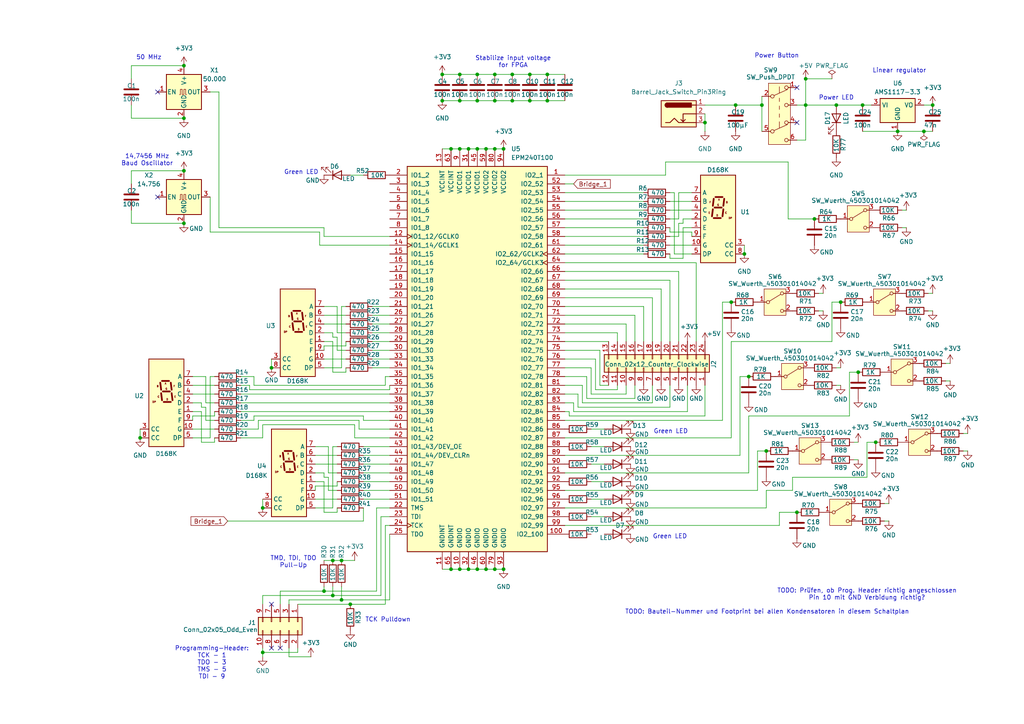
<source format=kicad_sch>
(kicad_sch (version 20231120) (generator "eeschema") (generator_version "8.0")
  (paper "A4")
  (junction (at 153.67 21.59))
  (junction (at 226.06 251.46))
  (junction (at 204.47 35.56))
  (junction (at 133.35 43.18))
  (junction (at 247.65 236.22))
  (junction (at 90.17 246.38))
  (junction (at 270.51 30.48))
  (junction (at 222.25 130.81))
  (junction (at 96.52 172.72))
  (junction (at 130.81 165.1))
  (junction (at 212.09 87.63))
  (junction (at 243.84 87.63))
  (junction (at 226.06 256.54))
  (junction (at 138.43 43.18))
  (junction (at 247.65 228.6))
  (junction (at 148.59 29.21))
  (junction (at 220.98 30.48))
  (junction (at 248.92 107.95))
  (junction (at 195.58 255.27))
  (junction (at 236.22 63.5))
  (junction (at 214.63 250.19))
  (junction (at 138.43 21.59))
  (junction (at 128.27 21.59))
  (junction (at 158.75 21.59))
  (junction (at 259.08 234.95))
  (junction (at 148.59 21.59))
  (junction (at 254 128.27))
  (junction (at 260.35 38.1))
  (junction (at 99.06 173.99))
  (junction (at 135.89 43.18))
  (junction (at 153.67 29.21))
  (junction (at 133.35 29.21))
  (junction (at 128.27 29.21))
  (junction (at 146.05 43.18))
  (junction (at 267.97 38.1))
  (junction (at 53.34 34.29))
  (junction (at 0 243.84))
  (junction (at 257.81 255.27))
  (junction (at 0 250.19))
  (junction (at 246.38 248.92))
  (junction (at 53.34 64.77))
  (junction (at 40.64 127))
  (junction (at 130.81 43.18))
  (junction (at 242.57 30.48))
  (junction (at 101.6 175.26))
  (junction (at 143.51 43.18))
  (junction (at 133.35 165.1))
  (junction (at 133.35 21.59))
  (junction (at 140.97 165.1))
  (junction (at 135.89 165.1))
  (junction (at 0 237.49))
  (junction (at 213.36 30.48))
  (junction (at 269.24 234.95))
  (junction (at 246.38 256.54))
  (junction (at 259.08 229.87))
  (junction (at 215.9 73.66))
  (junction (at 96.52 162.56))
  (junction (at 143.51 165.1))
  (junction (at 78.74 106.68))
  (junction (at 83.82 246.38))
  (junction (at 138.43 165.1))
  (junction (at 143.51 29.21))
  (junction (at 231.14 148.59))
  (junction (at 93.98 171.45))
  (junction (at 205.74 255.27))
  (junction (at 267.97 255.27))
  (junction (at 257.81 250.19))
  (junction (at 217.17 109.22))
  (junction (at 184.15 256.54))
  (junction (at 76.2 189.23))
  (junction (at 158.75 29.21))
  (junction (at 53.34 49.53))
  (junction (at 233.68 30.48))
  (junction (at 250.19 30.48))
  (junction (at 233.68 22.86))
  (junction (at 76.2 147.32))
  (junction (at 195.58 250.19))
  (junction (at 99.06 162.56))
  (junction (at 140.97 43.18))
  (junction (at 53.34 19.05))
  (junction (at 184.15 248.92))
  (junction (at 146.05 165.1))
  (junction (at 138.43 29.21))
  (junction (at 236.22 256.54))
  (junction (at 214.63 257.81))
  (junction (at 143.51 21.59))
  (junction (at 0 231.14))
  (no_connect (at 78.74 175.26))
  (no_connect (at 231.14 25.4))
  (no_connect (at 78.74 187.96))
  (no_connect (at 81.28 187.96))
  (no_connect (at 45.72 57.15))
  (no_connect (at 231.14 35.56))
  (no_connect (at 45.72 26.67))
  (wire (pts (xy 60.96 109.22) (xy 62.23 109.22)))
  (wire (pts (xy 163.83 53.34) (xy 166.37 53.34)))
  (wire (pts (xy 200.66 68.58) (xy 200.66 67.31)))
  (wire (pts (xy 209.55 87.63) (xy 209.55 121.92)))
  (wire (pts (xy 17.78 215.9) (xy 72.39 215.9)))
  (wire (pts (xy 101.6 175.26) (xy 111.76 175.26)))
  (wire (pts (xy 91.44 140.97) (xy 91.44 142.24)))
  (wire (pts (xy 220.98 30.48) (xy 220.98 38.1)))
  (wire (pts (xy 92.71 67.31) (xy 92.71 71.12)))
  (wire (pts (xy 171.45 106.68) (xy 171.45 114.3)))
  (wire (pts (xy 0 243.84) (xy 0 250.19)))
  (wire (pts (xy 110.49 149.86) (xy 110.49 172.72)))
  (wire (pts (xy 20.32 218.44) (xy 72.39 218.44)))
  (wire (pts (xy 184.15 115.57) (xy 184.15 111.76)))
  (wire (pts (xy 0 250.19) (xy 0 252.73)))
  (wire (pts (xy 62.23 127) (xy 62.23 128.27)))
  (wire (pts (xy 163.83 60.96) (xy 186.69 60.96)))
  (wire (pts (xy 267.97 30.48) (xy 270.51 30.48)))
  (wire (pts (xy 243.84 217.17) (xy 243.84 248.92)))
  (wire (pts (xy 59.69 118.11) (xy 59.69 121.92)))
  (wire (pts (xy 143.51 43.18) (xy 146.05 43.18)))
  (wire (pts (xy 91.44 139.7) (xy 93.98 139.7)))
  (wire (pts (xy 250.19 38.1) (xy 260.35 38.1)))
  (wire (pts (xy 91.44 144.78) (xy 97.79 144.78)))
  (wire (pts (xy 247.65 236.22) (xy 251.46 236.22)))
  (wire (pts (xy 163.83 86.36) (xy 189.23 86.36)))
  (wire (pts (xy 163.83 83.82) (xy 191.77 83.82)))
  (wire (pts (xy 193.04 46.99) (xy 228.6 46.99)))
  (wire (pts (xy 73.66 121.92) (xy 73.66 120.65)))
  (wire (pts (xy 237.49 90.17) (xy 238.76 90.17)))
  (wire (pts (xy 69.85 111.76) (xy 72.39 111.76)))
  (wire (pts (xy 59.69 121.92) (xy 62.23 121.92)))
  (wire (pts (xy 241.3 219.71) (xy 242.57 219.71)))
  (wire (pts (xy 251.46 128.27) (xy 254 128.27)))
  (wire (pts (xy 60.96 57.15) (xy 60.96 67.31)))
  (wire (pts (xy 231.14 30.48) (xy 233.68 30.48)))
  (wire (pts (xy 93.98 162.56) (xy 96.52 162.56)))
  (wire (pts (xy 90.17 266.7) (xy 41.91 266.7)))
  (wire (pts (xy 99.06 88.9) (xy 100.33 88.9)))
  (wire (pts (xy 97.79 97.79) (xy 96.52 97.79)))
  (wire (pts (xy 194.31 99.06) (xy 194.31 81.28)))
  (wire (pts (xy 242.57 111.76) (xy 243.84 111.76)))
  (wire (pts (xy 7.62 231.14) (xy 10.16 231.14)))
  (wire (pts (xy 130.81 165.1) (xy 133.35 165.1)))
  (wire (pts (xy 163.83 71.12) (xy 186.69 71.12)))
  (wire (pts (xy 58.42 119.38) (xy 58.42 128.27)))
  (wire (pts (xy 41.91 264.16) (xy 83.82 264.16)))
  (wire (pts (xy 245.11 228.6) (xy 247.65 228.6)))
  (wire (pts (xy 241.3 241.3) (xy 184.15 241.3)))
  (wire (pts (xy 175.26 149.86) (xy 171.45 149.86)))
  (wire (pts (xy 38.1 22.86) (xy 38.1 19.05)))
  (wire (pts (xy 130.81 43.18) (xy 133.35 43.18)))
  (wire (pts (xy 140.97 165.1) (xy 143.51 165.1)))
  (wire (pts (xy 218.44 250.19) (xy 218.44 251.46)))
  (wire (pts (xy 163.83 121.92) (xy 209.55 121.92)))
  (wire (pts (xy 148.59 29.21) (xy 153.67 29.21)))
  (wire (pts (xy 38.1 49.53) (xy 53.34 49.53)))
  (wire (pts (xy 105.41 132.08) (xy 113.03 132.08)))
  (wire (pts (xy 163.83 104.14) (xy 172.72 104.14)))
  (wire (pts (xy 251.46 228.6) (xy 251.46 229.87)))
  (wire (pts (xy 91.44 137.16) (xy 93.98 137.16)))
  (wire (pts (xy 181.61 114.3) (xy 181.61 111.76)))
  (wire (pts (xy 148.59 21.59) (xy 153.67 21.59)))
  (wire (pts (xy 246.38 107.95) (xy 248.92 107.95)))
  (wire (pts (xy 175.26 124.46) (xy 171.45 124.46)))
  (wire (pts (xy 163.83 68.58) (xy 186.69 68.58)))
  (wire (pts (xy 99.06 170.18) (xy 99.06 173.99)))
  (wire (pts (xy 107.95 88.9) (xy 113.03 88.9)))
  (wire (pts (xy 95.25 138.43) (xy 95.25 142.24)))
  (wire (pts (xy 95.25 129.54) (xy 95.25 137.16)))
  (wire (pts (xy 7.62 224.79) (xy 10.16 224.79)))
  (wire (pts (xy 69.85 127) (xy 76.2 127)))
  (wire (pts (xy 113.03 173.99) (xy 99.06 173.99)))
  (wire (pts (xy 214.63 109.22) (xy 214.63 132.08)))
  (wire (pts (xy 97.79 139.7) (xy 97.79 140.97)))
  (wire (pts (xy 163.83 119.38) (xy 165.1 119.38)))
  (wire (pts (xy 237.49 85.09) (xy 238.76 85.09)))
  (wire (pts (xy 246.38 120.65) (xy 246.38 107.95)))
  (wire (pts (xy 181.61 99.06) (xy 181.61 93.98)))
  (wire (pts (xy 96.52 97.79) (xy 96.52 96.52)))
  (wire (pts (xy 205.74 250.19) (xy 205.74 255.27)))
  (wire (pts (xy 250.19 256.54) (xy 250.19 255.27)))
  (wire (pts (xy 201.93 76.2) (xy 201.93 99.06)))
  (wire (pts (xy 212.09 99.06) (xy 212.09 127)))
  (wire (pts (xy 69.85 121.92) (xy 73.66 121.92)))
  (wire (pts (xy 214.63 242.57) (xy 214.63 250.19)))
  (wire (pts (xy 99.06 162.56) (xy 102.87 162.56)))
  (wire (pts (xy 267.97 38.1) (xy 270.51 38.1)))
  (wire (pts (xy 62.23 119.38) (xy 62.23 120.65)))
  (wire (pts (xy 194.31 118.11) (xy 194.31 111.76)))
  (wire (pts (xy 217.17 120.65) (xy 217.17 137.16)))
  (wire (pts (xy 91.44 132.08) (xy 97.79 132.08)))
  (wire (pts (xy 55.88 116.84) (xy 58.42 116.84)))
  (wire (pts (xy 214.63 257.81) (xy 218.44 257.81)))
  (wire (pts (xy 241.3 87.63) (xy 243.84 87.63)))
  (wire (pts (xy 200.66 58.42) (xy 194.31 58.42)))
  (wire (pts (xy 55.88 120.65) (xy 62.23 120.65)))
  (wire (pts (xy 189.23 86.36) (xy 189.23 99.06)))
  (wire (pts (xy 261.62 60.96) (xy 262.89 60.96)))
  (wire (pts (xy 105.41 134.62) (xy 113.03 134.62)))
  (wire (pts (xy 92.71 71.12) (xy 113.03 71.12)))
  (wire (pts (xy 214.63 250.19) (xy 218.44 250.19)))
  (wire (pts (xy 107.95 101.6) (xy 113.03 101.6)))
  (wire (pts (xy 81.28 175.26) (xy 81.28 171.45)))
  (wire (pts (xy 175.26 139.7) (xy 171.45 139.7)))
  (wire (pts (xy 241.3 214.63) (xy 245.11 214.63)))
  (wire (pts (xy 55.88 114.3) (xy 62.23 114.3)))
  (wire (pts (xy 229.87 142.24) (xy 229.87 138.43)))
  (wire (pts (xy 105.41 139.7) (xy 113.03 139.7)))
  (wire (pts (xy 107.95 93.98) (xy 113.03 93.98)))
  (wire (pts (xy 204.47 30.48) (xy 213.36 30.48)))
  (wire (pts (xy 212.09 99.06) (xy 241.3 99.06)))
  (wire (pts (xy 99.06 106.68) (xy 99.06 88.9)))
  (wire (pts (xy 107.95 104.14) (xy 113.03 104.14)))
  (wire (pts (xy 96.52 129.54) (xy 97.79 129.54)))
  (wire (pts (xy 55.88 109.22) (xy 59.69 109.22)))
  (wire (pts (xy 241.3 22.86) (xy 233.68 22.86)))
  (wire (pts (xy 168.91 111.76) (xy 168.91 116.84)))
  (wire (pts (xy 267.97 250.19) (xy 267.97 255.27)))
  (wire (pts (xy 204.47 120.65) (xy 204.47 111.76)))
  (wire (pts (xy 40.64 124.46) (xy 40.64 127)))
  (wire (pts (xy 193.04 50.8) (xy 193.04 46.99)))
  (wire (pts (xy 233.68 22.86) (xy 233.68 30.48)))
  (wire (pts (xy 72.39 113.03) (xy 113.03 113.03)))
  (wire (pts (xy 138.43 165.1) (xy 140.97 165.1)))
  (wire (pts (xy 73.66 109.22) (xy 73.66 111.76)))
  (wire (pts (xy 60.96 67.31) (xy 92.71 67.31)))
  (wire (pts (xy 200.66 73.66) (xy 195.58 73.66)))
  (wire (pts (xy 86.36 187.96) (xy 86.36 189.23)))
  (wire (pts (xy 107.95 91.44) (xy 113.03 91.44)))
  (wire (pts (xy 260.35 38.1) (xy 267.97 38.1)))
  (wire (pts (xy 163.83 132.08) (xy 214.63 132.08)))
  (wire (pts (xy 196.85 68.58) (xy 194.31 68.58)))
  (wire (pts (xy 83.82 264.16) (xy 83.82 261.62)))
  (wire (pts (xy 184.15 91.44) (xy 184.15 99.06)))
  (wire (pts (xy 200.66 60.96) (xy 194.31 60.96)))
  (wire (pts (xy 195.58 73.66) (xy 195.58 55.88)))
  (wire (pts (xy 73.66 120.65) (xy 105.41 120.65)))
  (wire (pts (xy 97.79 97.79) (xy 97.79 101.6)))
  (wire (pts (xy 241.3 99.06) (xy 241.3 87.63)))
  (wire (pts (xy 69.85 109.22) (xy 73.66 109.22)))
  (wire (pts (xy 200.66 66.04) (xy 198.12 66.04)))
  (wire (pts (xy 279.4 125.73) (xy 280.67 125.73)))
  (wire (pts (xy 267.97 255.27) (xy 271.78 255.27)))
  (wire (pts (xy 83.82 173.99) (xy 83.82 175.26)))
  (wire (pts (xy 111.76 111.76) (xy 111.76 109.22)))
  (wire (pts (xy 93.98 66.04) (xy 93.98 68.58)))
  (wire (pts (xy 175.26 129.54) (xy 171.45 129.54)))
  (wire (pts (xy 104.14 124.46) (xy 113.03 124.46)))
  (wire (pts (xy 226.06 152.4) (xy 226.06 148.59)))
  (wire (pts (xy 172.72 104.14) (xy 172.72 113.03)))
  (wire (pts (xy 163.83 96.52) (xy 179.07 96.52)))
  (wire (pts (xy 228.6 46.99) (xy 228.6 63.5)))
  (wire (pts (xy 168.91 116.84) (xy 189.23 116.84)))
  (wire (pts (xy 226.06 148.59) (xy 231.14 148.59)))
  (wire (pts (xy 38.1 60.96) (xy 38.1 64.77)))
  (wire (pts (xy 233.68 30.48) (xy 233.68 40.64)))
  (wire (pts (xy 163.83 147.32) (xy 222.25 147.32)))
  (wire (pts (xy 111.76 152.4) (xy 111.76 175.26)))
  (wire (pts (xy 93.98 99.06) (xy 96.52 99.06)))
  (wire (pts (xy 74.93 121.92) (xy 74.93 124.46)))
  (wire (pts (xy 187.96 248.92) (xy 187.96 250.19)))
  (wire (pts (xy 138.43 43.18) (xy 140.97 43.18)))
  (wire (pts (xy 228.6 63.5) (xy 236.22 63.5)))
  (wire (pts (xy 259.08 229.87) (xy 259.08 234.95)))
  (wire (pts (xy 205.74 255.27) (xy 209.55 255.27)))
  (wire (pts (xy 163.83 152.4) (xy 226.06 152.4)))
  (wire (pts (xy 196.85 63.5) (xy 194.31 63.5)))
  (wire (pts (xy 236.22 256.54) (xy 240.03 256.54)))
  (wire (pts (xy 274.32 110.49) (xy 275.59 110.49)))
  (wire (pts (xy 76.2 187.96) (xy 76.2 189.23)))
  (wire (pts (xy 93.98 138.43) (xy 93.98 137.16)))
  (wire (pts (xy 158.75 29.21) (xy 163.83 29.21)))
  (wire (pts (xy 242.57 242.57) (xy 214.63 242.57)))
  (wire (pts (xy 163.83 73.66) (xy 186.69 73.66)))
  (wire (pts (xy 0 231.14) (xy 0 237.49)))
  (wire (pts (xy 111.76 109.22) (xy 113.03 109.22)))
  (wire (pts (xy 200.66 63.5) (xy 198.12 63.5)))
  (wire (pts (xy 7.62 237.49) (xy 10.16 237.49)))
  (wire (pts (xy 96.52 99.06) (xy 96.52 107.95)))
  (wire (pts (xy 93.98 104.14) (xy 100.33 104.14)))
  (wire (pts (xy 215.9 71.12) (xy 215.9 73.66)))
  (wire (pts (xy 179.07 113.03) (xy 179.07 111.76)))
  (wire (pts (xy 27.94 226.06) (xy 72.39 226.06)))
  (wire (pts (xy 25.4 243.84) (xy 25.4 223.52)))
  (wire (pts (xy 200.66 67.31) (xy 194.31 67.31)))
  (wire (pts (xy 135.89 43.18) (xy 138.43 43.18)))
  (wire (pts (xy 83.82 190.5) (xy 90.17 190.5)))
  (wire (pts (xy 107.95 106.68) (xy 113.03 106.68)))
  (wire (pts (xy 105.41 144.78) (xy 113.03 144.78)))
  (wire (pts (xy 138.43 29.21) (xy 143.51 29.21)))
  (wire (pts (xy 55.88 120.65) (xy 55.88 121.92)))
  (wire (pts (xy 217.17 120.65) (xy 246.38 120.65)))
  (wire (pts (xy 41.91 261.62) (xy 77.47 261.62)))
  (wire (pts (xy 257.81 250.19) (xy 257.81 255.27)))
  (wire (pts (xy 196.85 78.74) (xy 196.85 99.06)))
  (wire (pts (xy 59.69 118.11) (xy 58.42 118.11)))
  (wire (pts (xy 96.52 147.32) (xy 96.52 129.54)))
  (wire (pts (xy 105.41 121.92) (xy 113.03 121.92)))
  (wire (pts (xy 163.83 88.9) (xy 186.69 88.9)))
  (wire (pts (xy 163.83 142.24) (xy 219.71 142.24)))
  (wire (pts (xy 173.99 101.6) (xy 173.99 111.76)))
  (wire (pts (xy 96.52 170.18) (xy 96.52 172.72)))
  (wire (pts (xy 93.98 170.18) (xy 93.98 171.45)))
  (wire (pts (xy 105.41 137.16) (xy 113.03 137.16)))
  (wire (pts (xy 245.11 214.63) (xy 245.11 228.6)))
  (wire (pts (xy 22.86 237.49) (xy 22.86 220.98)))
  (wire (pts (xy 58.42 118.11) (xy 58.42 116.84)))
  (wire (pts (xy 96.52 162.56) (xy 99.06 162.56)))
  (wire (pts (xy 143.51 21.59) (xy 148.59 21.59)))
  (wire (pts (xy 214.63 109.22) (xy 217.17 109.22)))
  (wire (pts (xy 133.35 165.1) (xy 135.89 165.1)))
  (wire (pts (xy 163.83 101.6) (xy 173.99 101.6)))
  (wire (pts (xy 86.36 189.23) (xy 76.2 189.23)))
  (wire (pts (xy 113.03 111.76) (xy 113.03 113.03)))
  (wire (pts (xy 38.1 64.77) (xy 53.34 64.77)))
  (wire (pts (xy 163.83 114.3) (xy 167.64 114.3)))
  (wire (pts (xy 63.5 66.04) (xy 93.98 66.04)))
  (wire (pts (xy 22.86 220.98) (xy 72.39 220.98)))
  (wire (pts (xy 76.2 175.26) (xy 76.2 172.72)))
  (wire (pts (xy 55.88 127) (xy 60.96 127)))
  (wire (pts (xy 167.64 118.11) (xy 194.31 118.11)))
  (wire (pts (xy 128.27 43.18) (xy 130.81 43.18)))
  (wire (pts (xy 76.2 144.78) (xy 76.2 147.32)))
  (wire (pts (xy 200.66 71.12) (xy 194.31 71.12)))
  (wire (pts (xy 171.45 114.3) (xy 181.61 114.3)))
  (wire (pts (xy 38.1 19.05) (xy 53.34 19.05)))
  (wire (pts (xy 105.41 142.24) (xy 113.03 142.24)))
  (wire (pts (xy 76.2 127) (xy 76.2 123.19)))
  (wire (pts (xy 163.83 91.44) (xy 184.15 91.44)))
  (wire (pts (xy 96.52 107.95) (xy 100.33 107.95)))
  (wire (pts (xy 163.83 111.76) (xy 168.91 111.76)))
  (wire (pts (xy 69.85 119.38) (xy 113.03 119.38)))
  (wire (pts (xy 128.27 21.59) (xy 133.35 21.59)))
  (wire (pts (xy 163.83 66.04) (xy 186.69 66.04)))
  (wire (pts (xy 163.83 93.98) (xy 181.61 93.98)))
  (wire (pts (xy 110.49 149.86) (xy 113.03 149.86)))
  (wire (pts (xy 250.19 248.92) (xy 250.19 250.19)))
  (wire (pts (xy 166.37 119.38) (xy 199.39 119.38)))
  (wire (pts (xy 246.38 256.54) (xy 250.19 256.54)))
  (wire (pts (xy 163.83 137.16) (xy 217.17 137.16)))
  (wire (pts (xy 220.98 27.94) (xy 220.98 30.48)))
  (wire (pts (xy 55.88 119.38) (xy 58.42 119.38)))
  (wire (pts (xy 251.46 138.43) (xy 251.46 128.27)))
  (wire (pts (xy 269.24 229.87) (xy 269.24 234.95)))
  (wire (pts (xy 95.25 137.16) (xy 97.79 137.16)))
  (wire (pts (xy 219.71 130.81) (xy 219.71 142.24)))
  (wire (pts (xy 184.15 241.3) (xy 184.15 248.92)))
  (wire (pts (xy 233.68 30.48) (xy 242.57 30.48)))
  (wire (pts (xy 95.25 142.24) (xy 97.79 142.24)))
  (wire (pts (xy 198.12 74.93) (xy 194.31 74.93)))
  (wire (pts (xy 109.22 147.32) (xy 113.03 147.32)))
  (wire (pts (xy 163.83 116.84) (xy 166.37 116.84)))
  (wire (pts (xy 76.2 123.19) (xy 102.87 123.19)))
  (wire (pts (xy 143.51 29.21) (xy 148.59 29.21)))
  (wire (pts (xy 219.71 130.81) (xy 222.25 130.81)))
  (wire (pts (xy 78.74 104.14) (xy 78.74 106.68)))
  (wire (pts (xy 163.83 99.06) (xy 176.53 99.06)))
  (wire (pts (xy 222.25 147.32) (xy 222.25 142.24)))
  (wire (pts (xy 102.87 123.19) (xy 102.87 127)))
  (wire (pts (xy 0 224.79) (xy 0 231.14)))
  (wire (pts (xy 90.17 246.38) (xy 96.52 246.38)))
  (wire (pts (xy 170.18 115.57) (xy 184.15 115.57)))
  (wire (pts (xy 93.98 88.9) (xy 97.79 88.9)))
  (wire (pts (xy 96.52 172.72) (xy 110.49 172.72)))
  (wire (pts (xy 163.83 109.22) (xy 170.18 109.22)))
  (wire (pts (xy 59.69 116.84) (xy 62.23 116.84)))
  (wire (pts (xy 133.35 21.59) (xy 138.43 21.59)))
  (wire (pts (xy 101.6 50.8) (xy 105.41 50.8)))
  (wire (pts (xy 38.1 53.34) (xy 38.1 49.53)))
  (wire (pts (xy 269.24 234.95) (xy 273.05 234.95)))
  (wire (pts (xy 187.96 256.54) (xy 187.96 255.27)))
  (wire (pts (xy 38.1 34.29) (xy 53.34 34.29)))
  (wire (pts (xy 242.57 106.68) (xy 243.84 106.68)))
  (wire (pts (xy 76.2 172.72) (xy 96.52 172.72)))
  (wire (pts (xy 158.75 21.59) (xy 163.83 21.59)))
  (wire (pts (xy 97.79 101.6) (xy 100.33 101.6)))
  (wire (pts (xy 191.77 83.82) (xy 191.77 99.06)))
  (wire (pts (xy 107.95 99.06) (xy 113.03 99.06)))
  (wire (pts (xy 247.65 228.6) (xy 251.46 228.6)))
  (wire (pts (xy 165.1 119.38) (xy 165.1 120.65)))
  (wire (pts (xy 241.3 222.25) (xy 241.3 241.3)))
  (wire (pts (xy 204.47 33.02) (xy 204.47 35.56)))
  (wire (pts (xy 69.85 124.46) (xy 74.93 124.46)))
  (wire (pts (xy 153.67 21.59) (xy 158.75 21.59)))
  (wire (pts (xy 175.26 144.78) (xy 171.45 144.78)))
  (wire (pts (xy 93.98 171.45) (xy 109.22 171.45)))
  (wire (pts (xy 93.98 68.58) (xy 113.03 68.58)))
  (wire (pts (xy 138.43 21.59) (xy 143.51 21.59)))
  (wire (pts (xy 194.31 74.93) (xy 194.31 73.66)))
  (wire (pts (xy 163.83 50.8) (xy 193.04 50.8)))
  (wire (pts (xy 251.46 236.22) (xy 251.46 234.95)))
  (wire (pts (xy 163.83 58.42) (xy 186.69 58.42)))
  (wire (pts (xy 99.06 173.99) (xy 83.82 173.99)))
  (wire (pts (xy 172.72 113.03) (xy 179.07 113.03)))
  (wire (pts (xy 274.32 105.41) (xy 275.59 105.41)))
  (wire (pts (xy 113.03 152.4) (xy 111.76 152.4)))
  (wire (pts (xy 143.51 165.1) (xy 146.05 165.1)))
  (wire (pts (xy 105.41 129.54) (xy 113.03 129.54)))
  (wire (pts (xy 186.69 99.06) (xy 186.69 88.9)))
  (wire (pts (xy 104.14 121.92) (xy 104.14 124.46)))
  (wire (pts (xy 163.83 63.5) (xy 186.69 63.5)))
  (wire (pts (xy 95.25 138.43) (xy 93.98 138.43)))
  (wire (pts (xy 97.79 147.32) (xy 97.79 148.59)))
  (wire (pts (xy 261.62 66.04) (xy 262.89 66.04)))
  (wire (pts (xy 166.37 116.84) (xy 166.37 119.38)))
  (wire (pts (xy 93.98 96.52) (xy 96.52 96.52)))
  (wire (pts (xy 241.3 217.17) (xy 243.84 217.17)))
  (wire (pts (xy 90.17 261.62) (xy 90.17 266.7)))
  (wire (pts (xy 218.44 257.81) (xy 218.44 256.54)))
  (wire (pts (xy 86.36 175.26) (xy 101.6 175.26)))
  (wire (pts (xy 196.85 64.77) (xy 198.12 64.77)))
  (wire (pts (xy 198.12 64.77) (xy 198.12 63.5)))
  (wire (pts (xy 97.79 96.52) (xy 100.33 96.52)))
  (wire (pts (xy 17.78 215.9) (xy 17.78 224.79)))
  (wire (pts (xy 184.15 248.92) (xy 187.96 248.92)))
  (wire (pts (xy 198.12 66.04) (xy 198.12 74.93)))
  (wire (pts (xy 25.4 223.52) (xy 72.39 223.52)))
  (wire (pts (xy 74.93 121.92) (xy 104.14 121.92)))
  (wire (pts (xy 229.87 138.43) (xy 251.46 138.43)))
  (wire (pts (xy 97.79 88.9) (xy 97.79 96.52)))
  (wire (pts (xy 7.62 250.19) (xy 10.16 250.19)))
  (wire (pts (xy 256.54 146.05) (xy 257.81 146.05)))
  (wire (pts (xy 27.94 226.06) (xy 27.94 250.19)))
  (wire (pts (xy 163.83 76.2) (xy 201.93 76.2)))
  (wire (pts (xy 163.83 127) (xy 212.09 127)))
  (wire (pts (xy 63.5 26.67) (xy 63.5 66.04)))
  (wire (pts (xy 226.06 251.46) (xy 226.06 256.54)))
  (wire (pts (xy 200.66 55.88) (xy 196.85 55.88)))
  (wire (pts (xy 196.85 55.88) (xy 196.85 63.5)))
  (wire (pts (xy 69.85 114.3) (xy 113.03 114.3)))
  (wire (pts (xy 105.41 120.65) (xy 105.41 121.92)))
  (wire (pts (xy 17.78 243.84) (xy 25.4 243.84)))
  (wire (pts (xy 83.82 246.38) (xy 77.47 246.38)))
  (wire (pts (xy 20.32 231.14) (xy 17.78 231.14)))
  (wire (pts (xy 76.2 189.23) (xy 76.2 190.5)))
  (wire (pts (xy 100.33 106.68) (xy 100.33 107.95)))
  (wire (pts (xy 179.07 96.52) (xy 179.07 99.06)))
  (wire (pts (xy 256.54 151.13) (xy 257.81 151.13)))
  (wire (pts (xy 105.41 147.32) (xy 105.41 151.13)))
  (wire (pts (xy 194.31 66.04) (xy 194.31 67.31)))
  (wire (pts (xy 153.67 29.21) (xy 158.75 29.21)))
  (wire (pts (xy 233.68 40.64) (xy 231.14 40.64)))
  (wire (pts (xy 279.4 130.81) (xy 280.67 130.81)))
  (wire (pts (xy 167.64 114.3) (xy 167.64 118.11)))
  (wire (pts (xy 113.03 154.94) (xy 113.03 173.99)))
  (wire (pts (xy 133.35 43.18) (xy 135.89 43.18)))
  (wire (pts (xy 20.32 218.44) (xy 20.32 231.14)))
  (wire (pts (xy 7.62 243.84) (xy 10.16 243.84)))
  (wire (pts (xy 269.24 90.17) (xy 270.51 90.17)))
  (wire (pts (xy 246.38 248.92) (xy 250.19 248.92)))
  (wire (pts (xy 163.83 81.28) (xy 194.31 81.28)))
  (wire (pts (xy 236.22 251.46) (xy 236.22 256.54)))
  (wire (pts (xy 204.47 35.56) (xy 204.47 38.1)))
  (wire (pts (xy 250.19 30.48) (xy 252.73 30.48)))
  (wire (pts (xy 163.83 106.68) (xy 171.45 106.68)))
  (wire (pts (xy 72.39 111.76) (xy 72.39 113.03)))
  (wire (pts (xy 107.95 96.52) (xy 113.03 96.52)))
  (wire (pts (xy 27.94 250.19) (xy 17.78 250.19)))
  (wire (pts (xy 58.42 128.27) (xy 62.23 128.27)))
  (wire (pts (xy 199.39 119.38) (xy 199.39 111.76)))
  (wire (pts (xy 55.88 111.76) (xy 62.23 111.76)))
  (wire (pts (xy 55.88 124.46) (xy 62.23 124.46)))
  (wire (pts (xy 73.66 111.76) (xy 111.76 111.76)))
  (wire (pts (xy 93.98 148.59) (xy 97.79 148.59)))
  (wire (pts (xy 59.69 109.22) (xy 59.69 116.84)))
  (wire (pts (xy 222.25 142.24) (xy 229.87 142.24)))
  (wire (pts (xy 189.23 116.84) (xy 189.23 111.76)))
  (wire (pts (xy 140.97 43.18) (xy 143.51 43.18)))
  (wire (pts (xy 128.27 165.1) (xy 130.81 165.1)))
  (wire (pts (xy 90.17 246.38) (xy 83.82 246.38)))
  (wire (pts (xy 243.84 248.92) (xy 246.38 248.92)))
  (wire (pts (xy 60.96 127) (xy 60.96 109.22)))
  (wire (pts (xy 91.44 147.32) (xy 96.52 147.32)))
  (wire (pts (xy 83.82 187.96) (xy 83.82 190.5)))
  (wire (pts (xy 195.58 55.88) (xy 194.31 55.88)))
  (wire (pts (xy 81.28 171.45) (xy 93.98 171.45)))
  (wire (pts (xy 213.36 30.48) (xy 220.98 30.48)))
  (wire (pts (xy 175.26 134.62) (xy 171.45 134.62)))
  (wire (pts (xy 196.85 64.77) (xy 196.85 68.58)))
  (wire (pts (xy 93.98 100.33) (xy 93.98 101.6)))
  (wire (pts (xy 242.57 30.48) (xy 250.19 30.48)))
  (wire (pts (xy 91.44 129.54) (xy 95.25 129.54)))
  (wire (pts (xy 102.87 127) (xy 113.03 127)))
  (wire (pts (xy 93.98 91.44) (xy 100.33 91.44)))
  (wire (pts (xy 242.57 219.71) (xy 242.57 242.57)))
  (wire (pts (xy 133.35 29.21) (xy 138.43 29.21)))
  (wire (pts (xy 93.98 106.68) (xy 99.06 106.68)))
  (wire (pts (xy 69.85 116.84) (xy 113.03 116.84)))
  (wire (pts (xy 93.98 139.7) (xy 93.98 148.59)))
  (wire (pts (xy 38.1 30.48) (xy 38.1 34.29)))
  (wire (pts (xy 165.1 120.65) (xy 204.47 120.65)))
  (wire (pts (xy 63.5 26.67) (xy 60.96 26.67)))
  (wire (pts (xy 163.83 78.74) (xy 196.85 78.74)))
  (wire (pts (xy 109.22 147.32) (xy 109.22 171.45)))
  (wire (pts (xy 93.98 100.33) (xy 100.33 100.33)))
  (wire (pts (xy 128.27 29.21) (xy 133.35 29.21)))
  (wire (pts (xy 91.44 134.62) (xy 97.79 134.62)))
  (wire (pts (xy 247.65 128.27) (xy 248.92 128.27)))
  (wire (pts (xy 269.24 85.09) (xy 270.51 85.09)))
  (wire (pts (xy 0 237.49) (xy 0 243.84)))
  (wire (pts (xy 66.04 151.13) (xy 105.41 151.13)))
  (wire (pts (xy 163.83 55.88) (xy 186.69 55.88)))
  (wire (pts (xy 209.55 87.63) (xy 212.09 87.63)))
  (wire (pts (xy 93.98 93.98) (xy 100.33 93.98)))
  (wire (pts (xy 184.15 256.54) (xy 187.96 256.54)))
  (wire (pts (xy 173.99 111.76) (xy 176.53 111.76)))
  (wire (pts (xy 170.18 109.22) (xy 170.18 115.57)))
  (wire (pts (xy 195.58 250.19) (xy 195.58 255.27)))
  (wire (pts (xy 100.33 99.06) (xy 100.33 100.33)))
  (wire (pts (xy 247.65 133.35) (xy 248.92 133.35)))
  (wire (pts (xy 91.44 140.97) (xy 97.79 140.97)))
  (wire (pts (xy 17.78 237.49) (xy 22.86 237.49)))
  (wire (pts (xy 135.89 165.1) (xy 138.43 165.1)))
  (text "Green LED" (at 194.31 155.702 0) (effects (font (size 1.27 1.27))))
  (text "TODO: Prüfen, ob Prog. Header richtig angeschlossen\nPin 10 mit GND Verbidung richtig?" (at 251.46 172.466 0) (effects (font (size 1.27 1.27))))
  (text "Stabilize input voltage\nfor FPGA" (at 148.844 18.034 0) (effects (font (size 1.27 1.27))))
  (text "Red LEDs" (at 94.488 244.602 0) (effects (font (size 1.27 1.27))))
  (text "Programming-Header:\nTCK - 1\nTDO - 3\nTMS - 5\nTDI - 9" (at 61.468 192.278 0) (effects (font (size 1.27 1.27))))
  (text "TMD, TDI, TDO\nPull-Up" (at 85.09 163.068 0) (effects (font (size 1.27 1.27))))
  (text "Power Button" (at 225.298 16.256 0) (effects (font (size 1.27 1.27))))
  (text "TODO: Bauteil-Nummer und Footprint bei allen Kondensatoren in diesem Schaltplan" (at 222.504 177.546 0) (effects (font (size 1.27 1.27))))
  (text "TCK Pulldown" (at 112.522 179.832 0) (effects (font (size 1.27 1.27))))
  (text "Green LED" (at 87.376 50.038 0) (effects (font (size 1.27 1.27))))
  (text "14,7456 MHz\nBaud Oscillator" (at 42.672 46.482 0) (effects (font (size 1.27 1.27))))
  (text "50 MHz" (at 43.18 16.764 0) (effects (font (size 1.27 1.27))))
  (text "Linear regulator" (at 260.858 20.574 0) (effects (font (size 1.27 1.27))))
  (text "Red LEDs" (at -4.064 237.998 90) (effects (font (size 1.27 1.27))))
  (text "Power LED" (at 242.57 28.448 0) (effects (font (size 1.27 1.27))))
  (text "Green LED" (at 194.564 125.222 0) (effects (font (size 1.27 1.27))))
  (global_label "Bridge_1" (shape input) (at 66.04 151.13 180) (property "Intersheetrefs" "${INTERSHEET_REFS}" (effects (hide yes))))
  (global_label "Bridge_1" (shape input) (at 166.37 53.34 0) (property "Intersheetrefs" "${INTERSHEET_REFS}" (effects (hide yes))))
  (symbol (lib_id "Device:R") (at 209.55 251.46 0) (mirror x) (unit 1)
    (property "Reference" "R44" (at 207.518 251.968 90))
    (property "Value" "1K" (at 209.55 251.714 90))
    (property "Footprint" "Resistor_SMD:R_0603_1608Metric_Pad0.98x0.95mm_HandSolder" (effects (hide yes)))
    (property "Description" "Resistor" (effects (hide yes)))
    (property "Part-Nr" "OMR B3F-4000" (effects (hide yes)))
  )
  (symbol (lib_id "power:GND") (at 262.89 66.04 0) (unit 1)
    (property "Reference" "#PWR035" (effects (hide yes)))
    (property "Value" "GND" (at 262.89 70.104 0))
    (property "Description" "Power symbol creates a global label with name \"GND\" , ground" (effects (hide yes)))
  )
  (symbol (lib_id "Device:LED") (at 3.81 250.19 0) (mirror x) (unit 1)
    (property "Reference" "D5" (at 3.048 247.65 0))
    (property "Value" "LED" (at 7.112 251.206 0))
    (property "Footprint" "LED_SMD:LED_0805_2012Metric_Pad1.15x1.40mm_HandSolder" (effects (hide yes)))
    (property "Description" "Light emitting diode" (effects (hide yes)))
  )
  (symbol (lib_id "Device:C") (at 236.22 67.31 0) (unit 1)
    (property "Reference" "C15" (at 239.014 66.294 0) (effects (justify left)))
    (property "Value" "20n" (at 239.014 68.326 0) (effects (justify left)))
    (property "Footprint" "Capacitor_SMD:C_0603_1608Metric_Pad1.08x0.95mm_HandSolder" (effects (hide yes)))
    (property "Description" "Unpolarized capacitor" (effects (hide yes)))
  )
  (symbol (lib_id "Device:R") (at 255.27 234.95 90) (mirror x) (unit 1)
    (property "Reference" "R51" (at 254.762 232.918 90))
    (property "Value" "10K" (at 255.016 234.95 90))
    (property "Footprint" "Resistor_SMD:R_0603_1608Metric_Pad0.98x0.95mm_HandSolder" (effects (hide yes)))
    (property "Description" "Resistor" (effects (hide yes)))
    (property "Part-Nr" "OMR B3F-4000" (effects (hide yes)))
  )
  (symbol (lib_id "power:GND") (at 213.36 38.1 0) (unit 1)
    (property "Reference" "#PWR038" (effects (hide yes)))
    (property "Value" "GND" (at 213.36 43.18 0))
    (property "Description" "Power symbol creates a global label with name \"GND\" , ground" (effects (hide yes)))
  )
  (symbol (lib_id "Switch:SW_Wuerth_450301014042") (at 229.87 109.22 0) (unit 1)
    (property "Reference" "SW10" (at 229.87 101.854 0))
    (property "Value" "SW_Wuerth_450301014042" (at 229.108 103.886 0))
    (property "Footprint" "Library:SW_Slide_SPDT_Straight_12.8mm_6.9mm" (effects (hide yes)))
    (property "Datasheet" "https://www.we-online.com/components/products/datasheet/450301014042.pdf" (effects (hide yes)))
    (property "Description" "Switch slide, single pole double throw" (effects (hide yes)))
  )
  (symbol (lib_id "power:GND") (at 186.69 111.76 0) (unit 1)
    (property "Reference" "#PWR064" (effects (hide yes)))
    (property "Value" "GND" (at 186.69 115.57 0))
    (property "Description" "Power symbol creates a global label with name \"GND\" , ground" (effects (hide yes)))
  )
  (symbol (lib_id "power:+3V3") (at 248.92 128.27 0) (unit 1)
    (property "Reference" "#PWR059" (effects (hide yes)))
    (property "Value" "+3V3" (at 249.428 123.952 0))
    (property "Description" "Power symbol creates a global label with name \"+3V3\"" (effects (hide yes)))
  )
  (symbol (lib_id "Device:R") (at 66.04 119.38 90) (unit 1)
    (property "Reference" "R18" (at 70.104 118.11 90))
    (property "Value" "470" (at 65.786 119.38 90))
    (property "Footprint" "Resistor_SMD:R_0603_1608Metric_Pad0.98x0.95mm_HandSolder" (effects (hide yes)))
    (property "Description" "Resistor" (effects (hide yes)))
  )
  (symbol (lib_id "Device:R") (at 220.98 109.22 90) (mirror x) (unit 1)
    (property "Reference" "R78" (at 220.472 107.188 90))
    (property "Value" "1K" (at 220.726 109.22 90))
    (property "Footprint" "Resistor_SMD:R_0603_1608Metric_Pad0.98x0.95mm_HandSolder" (effects (hide yes)))
    (property "Description" "Resistor" (effects (hide yes)))
    (property "Part-Nr" "OMR B3F-4000" (effects (hide yes)))
  )
  (symbol (lib_id "Switch:SW_Wuerth_450301014042") (at 243.84 148.59 0) (unit 1)
    (property "Reference" "SW8" (at 243.84 141.224 0))
    (property "Value" "SW_Wuerth_450301014042" (at 243.078 143.256 0))
    (property "Footprint" "Library:SW_Slide_SPDT_Straight_12.8mm_6.9mm" (effects (hide yes)))
    (property "Datasheet" "https://www.we-online.com/components/products/datasheet/450301014042.pdf" (effects (hide yes)))
    (property "Description" "Switch slide, single pole double throw" (effects (hide yes)))
  )
  (symbol (lib_id "Device:C") (at 38.1 57.15 0) (unit 1)
    (property "Reference" "C2" (at 36.83 55.372 0) (effects (justify left)))
    (property "Value" "100n" (at 35.56 59.182 0) (effects (justify left)))
    (property "Footprint" "Capacitor_SMD:C_0603_1608Metric_Pad1.08x0.95mm_HandSolder" (effects (hide yes)))
    (property "Description" "Unpolarized capacitor" (effects (hide yes)))
  )
  (symbol (lib_id "power:+3V3") (at 128.27 21.59 0) (unit 1)
    (property "Reference" "#PWR015" (effects (hide yes)))
    (property "Value" "+3V3" (at 128.27 16.51 0))
    (property "Description" "Power symbol creates a global label with name \"+3V3\"" (effects (hide yes)))
  )
  (symbol (lib_id "power:+5V") (at 204.47 99.06 0) (unit 1)
    (property "Reference" "#PWR029" (effects (hide yes)))
    (property "Value" "+5V" (at 207.01 96.774 0))
    (property "Description" "Power symbol creates a global label with name \"+5V\"" (effects (hide yes)))
  )
  (symbol (lib_id "Device:C") (at 133.35 25.4 0) (unit 1)
    (property "Reference" "C5" (at 132.08 23.622 0) (effects (justify left)))
    (property "Value" "100n" (at 130.81 27.432 0) (effects (justify left)))
    (property "Footprint" "Capacitor_SMD:C_0603_1608Metric_Pad1.08x0.95mm_HandSolder" (effects (hide yes)))
    (property "Description" "Unpolarized capacitor" (effects (hide yes)))
  )
  (symbol (lib_id "Device:R") (at 167.64 124.46 90) (unit 1)
    (property "Reference" "R59" (at 171.704 123.19 90))
    (property "Value" "10K" (at 167.386 124.46 90))
    (property "Footprint" "Resistor_SMD:R_0603_1608Metric_Pad0.98x0.95mm_HandSolder" (effects (hide yes)))
    (property "Description" "Resistor" (effects (hide yes)))
  )
  (symbol (lib_id "Oscillator:XO53") (at 53.34 26.67 0) (unit 1)
    (property "Reference" "X1" (at 62.23 20.3514 0))
    (property "Value" "50.000" (at 62.23 22.8914 0))
    (property "Footprint" "Oscillator:Oscillator_SMD_EuroQuartz_XO53-4Pin_5.0x3.2mm_HandSoldering" (effects (hide yes)))
    (property "Datasheet" "http://cdn-reichelt.de/documents/datenblatt/B400/XO53.pdf" (effects (hide yes)))
    (property "Description" "Low Power Consumption Clock Oscillator" (effects (hide yes)))
    (property "Part-Nr" "XO53 50,00000" (effects (hide yes)))
  )
  (symbol (lib_id "Device:R") (at 247.65 87.63 90) (mirror x) (unit 1)
    (property "Reference" "R69" (at 247.142 85.598 90))
    (property "Value" "1K" (at 247.396 87.63 90))
    (property "Footprint" "Resistor_SMD:R_0603_1608Metric_Pad0.98x0.95mm_HandSolder" (effects (hide yes)))
    (property "Description" "Resistor" (effects (hide yes)))
    (property "Part-Nr" "OMR B3F-4000" (effects (hide yes)))
  )
  (symbol (lib_id "Device:R") (at 66.04 116.84 90) (unit 1)
    (property "Reference" "R17" (at 70.104 115.57 90))
    (property "Value" "470" (at 65.786 116.84 90))
    (property "Footprint" "Resistor_SMD:R_0603_1608Metric_Pad0.98x0.95mm_HandSolder" (effects (hide yes)))
    (property "Description" "Resistor" (effects (hide yes)))
  )
  (symbol (lib_id "Device:C") (at 212.09 91.44 0) (unit 1)
    (property "Reference" "C16" (at 214.884 90.424 0) (effects (justify left)))
    (property "Value" "20n" (at 214.884 92.456 0) (effects (justify left)))
    (property "Footprint" "Capacitor_SMD:C_0603_1608Metric_Pad1.08x0.95mm_HandSolder" (effects (hide yes)))
    (property "Description" "Unpolarized capacitor" (effects (hide yes)))
  )
  (symbol (lib_id "power:GND") (at 243.84 111.76 0) (unit 1)
    (property "Reference" "#PWR053" (effects (hide yes)))
    (property "Value" "GND" (at 243.84 115.824 0))
    (property "Description" "Power symbol creates a global label with name \"GND\" , ground" (effects (hide yes)))
  )
  (symbol (lib_id "Device:C") (at 184.15 252.73 0) (unit 1)
    (property "Reference" "C3" (at 182.88 250.952 0) (effects (justify left)))
    (property "Value" "20n" (at 181.61 254.762 0) (effects (justify left)))
    (property "Footprint" "Capacitor_SMD:C_0603_1608Metric_Pad1.08x0.95mm_HandSolder" (effects (hide yes)))
    (property "Description" "Unpolarized capacitor" (effects (hide yes)))
  )
  (symbol (lib_id "Device:LED") (at 3.81 237.49 0) (mirror x) (unit 1)
    (property "Reference" "D3" (at 3.048 234.95 0))
    (property "Value" "LED" (at 7.112 238.506 0))
    (property "Footprint" "LED_SMD:LED_0805_2012Metric_Pad1.15x1.40mm_HandSolder" (effects (hide yes)))
    (property "Description" "Light emitting diode" (effects (hide yes)))
  )
  (symbol (lib_id "Device:R") (at 101.6 132.08 90) (unit 1)
    (property "Reference" "R35" (at 105.664 130.81 90))
    (property "Value" "470" (at 101.346 132.08 90))
    (property "Footprint" "Resistor_SMD:R_0603_1608Metric_Pad0.98x0.95mm_HandSolder" (effects (hide yes)))
    (property "Description" "Resistor" (effects (hide yes)))
  )
  (symbol (lib_id "power:GND") (at 246.38 256.54 0) (unit 1)
    (property "Reference" "#PWR022" (effects (hide yes)))
    (property "Value" "GND" (at 246.38 260.604 0))
    (property "Description" "Power symbol creates a global label with name \"GND\" , ground" (effects (hide yes)))
  )
  (symbol (lib_id "power:GND") (at 101.6 182.88 0) (unit 1)
    (property "Reference" "#PWR012" (effects (hide yes)))
    (property "Value" "GND" (at 101.6 186.944 0))
    (property "Description" "Power symbol creates a global label with name \"GND\" , ground" (effects (hide yes)))
  )
  (symbol (lib_id "Device:C") (at 217.17 113.03 0) (unit 1)
    (property "Reference" "C20" (at 219.964 112.014 0) (effects (justify left)))
    (property "Value" "20n" (at 219.964 114.046 0) (effects (justify left)))
    (property "Footprint" "Capacitor_SMD:C_0603_1608Metric_Pad1.08x0.95mm_HandSolder" (effects (hide yes)))
    (property "Description" "Unpolarized capacitor" (effects (hide yes)))
  )
  (symbol (lib_id "Device:C") (at 254 132.08 0) (unit 1)
    (property "Reference" "C22" (at 256.794 131.064 0) (effects (justify left)))
    (property "Value" "20n" (at 256.794 133.096 0) (effects (justify left)))
    (property "Footprint" "Capacitor_SMD:C_0603_1608Metric_Pad1.08x0.95mm_HandSolder" (effects (hide yes)))
    (property "Description" "Unpolarized capacitor" (effects (hide yes)))
  )
  (symbol (lib_id "Device:R") (at 99.06 166.37 0) (mirror x) (unit 1)
    (property "Reference" "R32" (at 99.06 160.02 90))
    (property "Value" "10K" (at 99.06 166.624 90))
    (property "Footprint" "Resistor_SMD:R_0603_1608Metric_Pad0.98x0.95mm_HandSolder" (effects (hide yes)))
    (property "Description" "Resistor" (effects (hide yes)))
    (property "Part-Nr" "OMR B3F-4000" (effects (hide yes)))
  )
  (symbol (lib_id "Display_Character:D168K") (at 208.28 63.5 0) (unit 1)
    (property "Reference" "U1" (at 216.154 61.468 0))
    (property "Value" "D168K" (at 208.28 49.276 0))
    (property "Footprint" "Display_7Segment:D1X8K" (effects (hide yes)))
    (property "Datasheet" "https://ia800903.us.archive.org/24/items/CTKD1x8K/Cromatek%20D168K.pdf" (effects (hide yes)))
    (property "Description" "One digit 7 segment ultra bright red LED, low current, common cathode" (effects (hide yes)))
    (property "Part-Nr" "SA 56-11 RT" (effects (hide yes)))
  )
  (symbol (lib_id "Device:R") (at 238.76 106.68 90) (mirror x) (unit 1)
    (property "Reference" "R82" (at 238.76 108.966 90))
    (property "Value" "10K" (at 238.506 106.68 90))
    (property "Footprint" "Resistor_SMD:R_0603_1608Metric_Pad0.98x0.95mm_HandSolder" (effects (hide yes)))
    (property "Description" "Resistor" (effects (hide yes)))
    (property "Part-Nr" "OMR B3F-4000" (effects (hide yes)))
  )
  (symbol (lib_id "Device:R") (at 191.77 250.19 90) (mirror x) (unit 1)
    (property "Reference" "R42" (at 191.262 248.158 90))
    (property "Value" "1K" (at 191.516 250.19 90))
    (property "Footprint" "Resistor_SMD:R_0603_1608Metric_Pad0.98x0.95mm_HandSolder" (effects (hide yes)))
    (property "Description" "Resistor" (effects (hide yes)))
    (property "Part-Nr" "OMR B3F-4000" (effects (hide yes)))
  )
  (symbol (lib_id "Connector_Generic:Conn_02x05_Odd_Even") (at 81.28 180.34 270) (unit 1)
    (property "Reference" "J1" (at 71.882 180.594 90) (effects (justify left)))
    (property "Value" "Conn_02x05_Odd_Even" (at 53.086 182.626 90) (effects (justify left)))
    (property "Footprint" "Connector_IDC:IDC-Header_2x05_P2.54mm_Vertical" (effects (hide yes)))
    (property "Description" "Generic connector, double row, 02x05, odd/even pin numbering scheme (row 1 odd numbers, row 2 even numbers), script generated (kicad-library-utils/schlib/autogen/connector/)" (effects (hide yes)))
  )
  (symbol (lib_id "power:GND") (at 196.85 111.76 0) (unit 1)
    (property "Reference" "#PWR062" (effects (hide yes)))
    (property "Value" "GND" (at 196.85 115.57 0))
    (property "Description" "Power symbol creates a global label with name \"GND\" , ground" (effects (hide yes)))
  )
  (symbol (lib_id "power:+3V3") (at 240.03 248.92 0) (unit 1)
    (property "Reference" "#PWR021" (effects (hide yes)))
    (property "Value" "+3V3" (at 240.03 244.856 0))
    (property "Description" "Power symbol creates a global label with name \"+3V3\"" (effects (hide yes)))
  )
  (symbol (lib_id "power:GND") (at 182.88 139.7 0) (unit 1)
    (property "Reference" "#PWR066" (effects (hide yes)))
    (property "Value" "GND" (at 186.182 141.224 0))
    (property "Description" "Power symbol creates a global label with name \"GND\" , ground" (effects (hide yes)))
  )
  (symbol (lib_id "Device:R") (at 13.97 224.79 270) (mirror x) (unit 1)
    (property "Reference" "R1" (at 9.906 223.52 90))
    (property "Value" "10K" (at 14.224 224.79 90))
    (property "Footprint" "Resistor_SMD:R_0603_1608Metric_Pad0.98x0.95mm_HandSolder" (effects (hide yes)))
    (property "Description" "Resistor" (effects (hide yes)))
  )
  (symbol (lib_id "Oscillator:XO53") (at 53.34 57.15 0) (unit 1)
    (property "Reference" "X2" (at 43.18 50.8314 0))
    (property "Value" "14.756" (at 43.18 53.3714 0))
    (property "Footprint" "Oscillator:Oscillator_SMD_EuroQuartz_XO53-4Pin_5.0x3.2mm_HandSoldering" (effects (hide yes)))
    (property "Datasheet" "http://cdn-reichelt.de/documents/datenblatt/B400/XO53.pdf" (effects (hide yes)))
    (property "Description" "Low Power Consumption Clock Oscillator" (effects (hide yes)))
    (property "Part-Nr" "XO53 14,74560 " (effects (hide yes)))
  )
  (symbol (lib_id "CPLD_Altera:EPM240T100") (at 138.43 104.14 0) (unit 1)
    (property "Reference" "U5" (at 148.2441 43.18 0) (effects (justify left)))
    (property "Value" "EPM240T100" (at 148.2441 45.72 0) (effects (justify left)))
    (property "Footprint" "Package_QFP:TQFP-100_14x14mm_P0.5mm" (effects (hide yes)))
    (property "Datasheet" "https://www.altera.com/content/dam/altera-www/global/en_US/pdfs/literature/hb/max2/max2_mii5v1.pdf" (effects (hide yes)))
    (property "Description" "Altera MAX2 CPLD with 240 LE" (effects (hide yes)))
    (property "Part-Nr" "EPM 240T100 C5N" (effects (hide yes)))
  )
  (symbol (lib_id "Device:R") (at 101.6 137.16 90) (unit 1)
    (property "Reference" "R37" (at 105.664 135.89 90))
    (property "Value" "470" (at 101.346 137.16 90))
    (property "Footprint" "Resistor_SMD:R_0603_1608Metric_Pad0.98x0.95mm_HandSolder" (effects (hide yes)))
    (property "Description" "Resistor" (effects (hide yes)))
  )
  (symbol (lib_id "Device:R") (at 252.73 107.95 90) (mirror x) (unit 1)
    (property "Reference" "R79" (at 252.222 105.918 90))
    (property "Value" "1K" (at 252.476 107.95 90))
    (property "Footprint" "Resistor_SMD:R_0603_1608Metric_Pad0.98x0.95mm_HandSolder" (effects (hide yes)))
    (property "Description" "Resistor" (effects (hide yes)))
    (property "Part-Nr" "OMR B3F-4000" (effects (hide yes)))
  )
  (symbol (lib_id "power:GND") (at 248.92 133.35 0) (unit 1)
    (property "Reference" "#PWR060" (effects (hide yes)))
    (property "Value" "GND" (at 248.92 137.414 0))
    (property "Description" "Power symbol creates a global label with name \"GND\" , ground" (effects (hide yes)))
  )
  (symbol (lib_id "Device:C") (at 138.43 25.4 0) (unit 1)
    (property "Reference" "C6" (at 137.16 23.622 0) (effects (justify left)))
    (property "Value" "100n" (at 135.89 27.432 0) (effects (justify left)))
    (property "Footprint" "Capacitor_SMD:C_0603_1608Metric_Pad1.08x0.95mm_HandSolder" (effects (hide yes)))
    (property "Description" "Unpolarized capacitor" (effects (hide yes)))
  )
  (symbol (lib_id "Device:R") (at 101.6 147.32 90) (unit 1)
    (property "Reference" "R41" (at 105.664 146.05 90))
    (property "Value" "470" (at 101.346 147.32 90))
    (property "Footprint" "Resistor_SMD:R_0603_1608Metric_Pad0.98x0.95mm_HandSolder" (effects (hide yes)))
    (property "Description" "Resistor" (effects (hide yes)))
  )
  (symbol (lib_id "Device:R") (at 109.22 50.8 270) (mirror x) (unit 1)
    (property "Reference" "R52" (at 105.156 49.53 90))
    (property "Value" "10K" (at 109.474 50.8 90))
    (property "Footprint" "Resistor_SMD:R_0603_1608Metric_Pad0.98x0.95mm_HandSolder" (effects (hide yes)))
    (property "Description" "Resistor" (effects (hide yes)))
  )
  (symbol (lib_id "power:+3V3") (at 273.05 227.33 0) (unit 1)
    (property "Reference" "#PWR025" (effects (hide yes)))
    (property "Value" "+3V3" (at 273.05 223.266 0))
    (property "Description" "Power symbol creates a global label with name \"+3V3\"" (effects (hide yes)))
  )
  (symbol (lib_id "power:GND") (at 217.17 116.84 0) (unit 1)
    (property "Reference" "#PWR046" (effects (hide yes)))
    (property "Value" "GND" (at 220.726 118.872 0))
    (property "Description" "Power symbol creates a global label with name \"GND\" , ground" (effects (hide yes)))
  )
  (symbol (lib_id "Device:R") (at 167.64 144.78 90) (unit 1)
    (property "Reference" "R55" (at 171.704 143.51 90))
    (property "Value" "10K" (at 167.386 144.78 90))
    (property "Footprint" "Resistor_SMD:R_0603_1608Metric_Pad0.98x0.95mm_HandSolder" (effects (hide yes)))
    (property "Description" "Resistor" (effects (hide yes)))
  )
  (symbol (lib_id "Device:LED") (at 3.81 231.14 0) (mirror x) (unit 1)
    (property "Reference" "D2" (at 3.048 228.6 0))
    (property "Value" "LED" (at 7.112 232.156 0))
    (property "Footprint" "LED_SMD:LED_0805_2012Metric_Pad1.15x1.40mm_HandSolder" (effects (hide yes)))
    (property "Description" "Light emitting diode" (effects (hide yes)))
  )
  (symbol (lib_id "Device:R") (at 257.81 128.27 90) (mirror x) (unit 1)
    (property "Reference" "R80" (at 257.302 126.238 90))
    (property "Value" "1K" (at 257.556 128.27 90))
    (property "Footprint" "Resistor_SMD:R_0603_1608Metric_Pad0.98x0.95mm_HandSolder" (effects (hide yes)))
    (property "Description" "Resistor" (effects (hide yes)))
    (property "Part-Nr" "OMR B3F-4000" (effects (hide yes)))
  )
  (symbol (lib_id "Device:LED") (at 3.81 243.84 0) (mirror x) (unit 1)
    (property "Reference" "D4" (at 3.048 241.3 0))
    (property "Value" "LED" (at 7.112 244.856 0))
    (property "Footprint" "LED_SMD:LED_0805_2012Metric_Pad1.15x1.40mm_HandSolder" (effects (hide yes)))
    (property "Description" "Light emitting diode" (effects (hide yes)))
  )
  (symbol (lib_id "power:GND") (at 248.92 115.57 0) (unit 1)
    (property "Reference" "#PWR047" (effects (hide yes)))
    (property "Value" "GND" (at 252.476 117.602 0))
    (property "Description" "Power symbol creates a global label with name \"GND\" , ground" (effects (hide yes)))
  )
  (symbol (lib_id "Device:C") (at 214.63 254 0) (unit 1)
    (property "Reference" "C9" (at 213.36 252.222 0) (effects (justify left)))
    (property "Value" "20n" (at 212.09 256.032 0) (effects (justify left)))
    (property "Footprint" "Capacitor_SMD:C_0603_1608Metric_Pad1.08x0.95mm_HandSolder" (effects (hide yes)))
    (property "Description" "Unpolarized capacitor" (effects (hide yes)))
  )
  (symbol (lib_id "Device:R") (at 101.6 134.62 90) (unit 1)
    (property "Reference" "R36" (at 105.664 133.35 90))
    (property "Value" "470" (at 101.346 134.62 90))
    (property "Footprint" "Resistor_SMD:R_0603_1608Metric_Pad0.98x0.95mm_HandSolder" (effects (hide yes)))
    (property "Description" "Resistor" (effects (hide yes)))
  )
  (symbol (lib_id "Switch:SW_Wuerth_450301014042") (at 256.54 87.63 0) (unit 1)
    (property "Reference" "SW7" (at 256.54 80.264 0))
    (property "Value" "SW_Wuerth_450301014042" (at 255.778 82.296 0))
    (property "Footprint" "Library:SW_Slide_SPDT_Straight_12.8mm_6.9mm" (effects (hide yes)))
    (property "Datasheet" "https://www.we-online.com/components/products/datasheet/450301014042.pdf" (effects (hide yes)))
    (property "Description" "Switch slide, single pole double throw" (effects (hide yes)))
  )
  (symbol (lib_id "Device:R") (at 13.97 231.14 270) (mirror x) (unit 1)
    (property "Reference" "R2" (at 9.906 229.87 90))
    (property "Value" "10K" (at 14.224 231.14 90))
    (property "Footprint" "Resistor_SMD:R_0603_1608Metric_Pad0.98x0.95mm_HandSolder" (effects (hide yes)))
    (property "Description" "Resistor" (effects (hide yes)))
  )
  (symbol (lib_id "Device:R") (at 190.5 58.42 270) (mirror x) (unit 1)
    (property "Reference" "R7" (at 186.436 57.15 90))
    (property "Value" "470" (at 190.754 58.42 90))
    (property "Footprint" "Resistor_SMD:R_0603_1608Metric_Pad0.98x0.95mm_HandSolder" (effects (hide yes)))
    (property "Description" "Resistor" (effects (hide yes)))
  )
  (symbol (lib_id "power:GND") (at 182.88 154.94 0) (unit 1)
    (property "Reference" "#PWR069" (effects (hide yes)))
    (property "Value" "GND" (at 186.182 156.464 0))
    (property "Description" "Power symbol creates a global label with name \"GND\" , ground" (effects (hide yes)))
  )
  (symbol (lib_id "Device:R") (at 93.98 166.37 0) (mirror x) (unit 1)
    (property "Reference" "R30" (at 93.98 160.02 90))
    (property "Value" "10K" (at 93.98 166.624 90))
    (property "Footprint" "Resistor_SMD:R_0603_1608Metric_Pad0.98x0.95mm_HandSolder" (effects (hide yes)))
    (property "Description" "Resistor" (effects (hide yes)))
    (property "Part-Nr" "OMR B3F-4000" (effects (hide yes)))
  )
  (symbol (lib_id "Device:LED") (at 90.17 250.19 90) (mirror x) (unit 1)
    (property "Reference" "D16" (at 92.71 249.428 0))
    (property "Value" "LED" (at 89.154 253.492 0))
    (property "Footprint" "LED_SMD:LED_0805_2012Metric_Pad1.15x1.40mm_HandSolder" (effects (hide yes)))
    (property "Description" "Light emitting diode" (effects (hide yes)))
  )
  (symbol (lib_id "Device:R") (at 252.73 151.13 90) (mirror x) (unit 1)
    (property "Reference" "R76" (at 252.73 153.416 90))
    (property "Value" "10K" (at 252.476 151.13 90))
    (property "Footprint" "Resistor_SMD:R_0603_1608Metric_Pad0.98x0.95mm_HandSolder" (effects (hide yes)))
    (property "Description" "Resistor" (effects (hide yes)))
    (property "Part-Nr" "OMR B3F-4000" (effects (hide yes)))
  )
  (symbol (lib_id "power:+3V3") (at 271.78 247.65 0) (unit 1)
    (property "Reference" "#PWR024" (effects (hide yes)))
    (property "Value" "+3V3" (at 271.78 243.332 0))
    (property "Description" "Power symbol creates a global label with name \"+3V3\"" (effects (hide yes)))
  )
  (symbol (lib_id "Device:R") (at 240.03 252.73 0) (mirror x) (unit 1)
    (property "Reference" "R47" (at 237.998 253.238 90))
    (property "Value" "1K" (at 240.03 252.984 90))
    (property "Footprint" "Resistor_SMD:R_0603_1608Metric_Pad0.98x0.95mm_HandSolder" (effects (hide yes)))
    (property "Description" "Resistor" (effects (hide yes)))
    (property "Part-Nr" "OMR B3F-4000" (effects (hide yes)))
  )
  (symbol (lib_id "power:+5V") (at 233.68 22.86 0) (unit 1)
    (property "Reference" "#PWR043" (effects (hide yes)))
    (property "Value" "+5V" (at 233.68 19.05 0))
    (property "Description" "Power symbol creates a global label with name \"+5V\"" (effects (hide yes)))
  )
  (symbol (lib_id "Device:C") (at 213.36 34.29 0) (unit 1)
    (property "Reference" "C19" (at 212.09 32.512 0) (effects (justify left)))
    (property "Value" "100µF" (at 210.82 36.322 0) (effects (justify left)))
    (property "Footprint" "Capacitor_THT:CP_Radial_D5.0mm_P2.00mm" (effects (hide yes)))
    (property "Description" "Unpolarized capacitor" (effects (hide yes)))
    (property "Part-Nr" "M-A 100U 16-2" (effects (hide yes)))
  )
  (symbol (lib_id "Device:R") (at 252.73 146.05 90) (mirror x) (unit 1)
    (property "Reference" "R75" (at 252.73 148.336 90))
    (property "Value" "10K" (at 252.476 146.05 90))
    (property "Footprint" "Resistor_SMD:R_0603_1608Metric_Pad0.98x0.95mm_HandSolder" (effects (hide yes)))
    (property "Description" "Resistor" (effects (hide yes)))
    (property "Part-Nr" "OMR B3F-4000" (effects (hide yes)))
  )
  (symbol (lib_id "Regulator_Linear:AMS1117-3.3") (at 260.35 30.48 0) (unit 1)
    (property "Reference" "U6" (at 260.35 24.13 0))
    (property "Value" "AMS1117-3.3" (at 260.35 26.67 0))
    (property "Footprint" "Package_TO_SOT_SMD:SOT-223-3_TabPin2" (effects (hide yes)))
    (property "Datasheet" "http://www.advanced-monolithic.com/pdf/ds1117.pdf" (effects (hide yes)))
    (property "Description" "1A Low Dropout regulator, positive, 3.3V fixed output, SOT-223" (effects (hide yes)))
  )
  (symbol (lib_id "Device:R") (at 190.5 68.58 270) (mirror x) (unit 1)
    (property "Reference" "R11" (at 186.436 67.31 90))
    (property "Value" "470" (at 190.754 68.58 90))
    (property "Footprint" "Resistor_SMD:R_0603_1608Metric_Pad0.98x0.95mm_HandSolder" (effects (hide yes)))
    (property "Description" "Resistor" (effects (hide yes)))
  )
  (symbol (lib_id "Device:R") (at 265.43 85.09 90) (mirror x) (unit 1)
    (property "Reference" "R73" (at 265.43 87.376 90))
    (property "Value" "10K" (at 265.176 85.09 90))
    (property "Footprint" "Resistor_SMD:R_0603_1608Metric_Pad0.98x0.95mm_HandSolder" (effects (hide yes)))
    (property "Description" "Resistor" (effects (hide yes)))
    (property "Part-Nr" "OMR B3F-4000" (effects (hide yes)))
  )
  (symbol (lib_id "power:GND") (at 231.14 156.21 0) (unit 1)
    (property "Reference" "#PWR037" (effects (hide yes)))
    (property "Value" "GND" (at 234.696 158.242 0))
    (property "Description" "Power symbol creates a global label with name \"GND\" , ground" (effects (hide yes)))
  )
  (symbol (lib_id "power:+3V3") (at 238.76 85.09 0) (unit 1)
    (property "Reference" "#PWR039" (effects (hide yes)))
    (property "Value" "+3V3" (at 239.268 80.772 0))
    (property "Description" "Power symbol creates a global label with name \"+3V3\"" (effects (hide yes)))
  )
  (symbol (lib_id "Switch:SW_Push_DPDT") (at 226.06 33.02 0) (unit 1)
    (property "Reference" "SW9" (at 223.52 20.32 0))
    (property "Value" "SW_Push_DPDT" (at 223.52 22.352 0))
    (property "Footprint" "Button_Switch_THT:SW_Push_2P2T_Toggle_CK_PVA2OAH5xxxxxxV2" (effects (hide yes)))
    (property "Datasheet" "https://www.apem.com/idec-apem/de/medias/PCB-phap40-series.pdf?context=bWFzdGVyfGRvY3VtZW50c3wxMTc0MDE3fGFwcGxpY2F0aW9uL3BkZnxoMTAvaDM5LzkyNDgxMjg0MzQyMDYvUENCX3BoYXA0MF9zZXJpZXMucGRmfGY0MzAyYTc4YjhkNTAwNjFjY2FhNGYzN2QwYjE2YWI4NDQ5MDIyZTdjODU5MjdiMTQxMGJmZTlhYzViNTY1MjI" (effects (hide yes)))
    (property "Description" "Momentary Switch, dual pole double throw" (effects (hide yes)))
  )
  (symbol (lib_id "Device:R") (at 66.04 121.92 90) (unit 1)
    (property "Reference" "R19" (at 70.104 120.65 90))
    (property "Value" "470" (at 65.786 121.92 90))
    (property "Footprint" "Resistor_SMD:R_0603_1608Metric_Pad0.98x0.95mm_HandSolder" (effects (hide yes)))
    (property "Description" "Resistor" (effects (hide yes)))
  )
  (symbol (lib_id "power:GND") (at 76.2 147.32 0) (mirror y) (unit 1)
    (property "Reference" "#PWR010" (effects (hide yes)))
    (property "Value" "GND" (effects (hide yes)))
    (property "Description" "Power symbol creates a global label with name \"GND\" , ground" (effects (hide yes)))
  )
  (symbol (lib_id "power:GND") (at 182.88 144.78 0) (unit 1)
    (property "Reference" "#PWR067" (effects (hide yes)))
    (property "Value" "GND" (at 186.182 146.304 0))
    (property "Description" "Power symbol creates a global label with name \"GND\" , ground" (effects (hide yes)))
  )
  (symbol (lib_id "Device:LED") (at 179.07 154.94 180) (unit 1)
    (property "Reference" "D7" (at 179.832 152.4 0))
    (property "Value" "LED" (at 175.768 155.956 0))
    (property "Footprint" "LED_SMD:LED_0805_2012Metric_Pad1.15x1.40mm_HandSolder" (effects (hide yes)))
    (property "Description" "Light emitting diode" (effects (hide yes)))
  )
  (symbol (lib_id "Device:R") (at 83.82 257.81 0) (mirror x) (unit 1)
    (property "Reference" "R63" (at 86.106 257.81 90))
    (property "Value" "10K" (at 83.82 258.064 90))
    (property "Footprint" "Resistor_SMD:R_0603_1608Metric_Pad0.98x0.95mm_HandSolder" (effects (hide yes)))
    (property "Description" "Resistor" (effects (hide yes)))
  )
  (symbol (lib_id "Device:R") (at 190.5 71.12 270) (mirror x) (unit 1)
    (property "Reference" "R12" (at 186.436 69.85 90))
    (property "Value" "470" (at 190.754 71.12 90))
    (property "Footprint" "Resistor_SMD:R_0603_1608Metric_Pad0.98x0.95mm_HandSolder" (effects (hide yes)))
    (property "Description" "Resistor" (effects (hide yes)))
  )
  (symbol (lib_id "Connector_Generic:Conn_02x12_Counter_Clockwise") (at 191.77 106.68 270) (mirror x) (unit 1)
    (property "Reference" "J2" (at 207.01 105.664 0))
    (property "Value" "Conn_02x12_Counter_Clockwise" (at 190.5 105.664 90))
    (property "Footprint" "Connector_PinHeader_2.54mm:PinHeader_2x12_P2.54mm_Horizontal" (effects (hide yes)))
    (property "Description" "Generic connector, double row, 02x12, counter clockwise pin numbering scheme (similar to DIP package numbering), script generated (kicad-library-utils/schlib/autogen/connector/)" (effects (hide yes)))
  )
  (symbol (lib_id "Device:R") (at 243.84 128.27 90) (mirror x) (unit 1)
    (property "Reference" "R88" (at 243.84 130.556 90))
    (property "Value" "10K" (at 243.586 128.27 90))
    (property "Footprint" "Resistor_SMD:R_0603_1608Metric_Pad0.98x0.95mm_HandSolder" (effects (hide yes)))
    (property "Description" "Resistor" (effects (hide yes)))
    (property "Part-Nr" "OMR B3F-4000" (effects (hide yes)))
  )
  (symbol (lib_id "power:GND") (at 215.9 73.66 0) (unit 1)
    (property "Reference" "#PWR02" (effects (hide yes)))
    (property "Value" "GND" (at 215.9 78.74 0))
    (property "Description" "Power symbol creates a global label with name \"GND\" , ground" (effects (hide yes)))
  )
  (symbol (lib_id "power:GND") (at 270.51 90.17 0) (unit 1)
    (property "Reference" "#PWR042" (effects (hide yes)))
    (property "Value" "GND" (at 270.51 94.234 0))
    (property "Description" "Power symbol creates a global label with name \"GND\" , ground" (effects (hide yes)))
  )
  (symbol (lib_id "Device:C") (at 231.14 152.4 0) (unit 1)
    (property "Reference" "C18" (at 233.934 151.384 0) (effects (justify left)))
    (property "Value" "20n" (at 233.934 153.416 0) (effects (justify left)))
    (property "Footprint" "Capacitor_SMD:C_0603_1608Metric_Pad1.08x0.95mm_HandSolder" (effects (hide yes)))
    (property "Description" "Unpolarized capacitor" (effects (hide yes)))
  )
  (symbol (lib_id "Device:R") (at 254 255.27 90) (mirror x) (unit 1)
    (property "Reference" "R49" (at 253.492 253.238 90))
    (property "Value" "10K" (at 253.746 255.27 90))
    (property "Footprint" "Resistor_SMD:R_0603_1608Metric_Pad0.98x0.95mm_HandSolder" (effects (hide yes)))
    (property "Description" "Resistor" (effects (hide yes)))
    (property "Part-Nr" "OMR B3F-4000" (effects (hide yes)))
  )
  (symbol (lib_id "Device:R") (at 255.27 229.87 90) (mirror x) (unit 1)
    (property "Reference" "R50" (at 254.762 227.838 90))
    (property "Value" "1K" (at 255.016 229.87 90))
    (property "Footprint" "Resistor_SMD:R_0603_1608Metric_Pad0.98x0.95mm_HandSolder" (effects (hide yes)))
    (property "Description" "Resistor" (effects (hide yes)))
    (property "Part-Nr" "OMR B3F-4000" (effects (hide yes)))
  )
  (symbol (lib_id "Switch:SW_Push_Dual") (at 262.89 252.73 0) (unit 1)
    (property "Reference" "SW3" (at 262.89 242.57 0))
    (property "Value" "SW_Push_Dual" (at 262.89 245.11 0))
    (property "Footprint" "Library:SW_PUSH-12mm" (effects (hide yes)))
    (property "Description" "Push button switch, generic, symbol, four pins" (effects (hide yes)))
  )
  (symbol (lib_id "power:GND") (at 0 252.73 0) (unit 1)
    (property "Reference" "#PWR01" (effects (hide yes)))
    (property "Value" "GND" (at 0 257.81 0))
    (property "Description" "Power symbol creates a global label with name \"GND\" , ground" (effects (hide yes)))
  )
  (symbol (lib_id "power:GND") (at 182.88 149.86 0) (unit 1)
    (property "Reference" "#PWR068" (effects (hide yes)))
    (property "Value" "GND" (at 186.182 151.384 0))
    (property "Description" "Power symbol creates a global label with name \"GND\" , ground" (effects (hide yes)))
  )
  (symbol (lib_id "power:GND") (at 191.77 111.76 0) (unit 1)
    (property "Reference" "#PWR063" (effects (hide yes)))
    (property "Value" "GND" (at 191.77 115.57 0))
    (property "Description" "Power symbol creates a global label with name \"GND\" , ground" (effects (hide yes)))
  )
  (symbol (lib_id "power:GND") (at 243.84 95.25 0) (unit 1)
    (property "Reference" "#PWR033" (effects (hide yes)))
    (property "Value" "GND" (at 247.396 97.282 0))
    (property "Description" "Power symbol creates a global label with name \"GND\" , ground" (effects (hide yes)))
  )
  (symbol (lib_id "Device:C") (at 246.38 252.73 0) (unit 1)
    (property "Reference" "C13" (at 245.11 250.952 0) (effects (justify left)))
    (property "Value" "20n" (at 243.84 254.762 0) (effects (justify left)))
    (property "Footprint" "Capacitor_SMD:C_0603_1608Metric_Pad1.08x0.95mm_HandSolder" (effects (hide yes)))
    (property "Description" "Unpolarized capacitor" (effects (hide yes)))
  )
  (symbol (lib_id "Device:R") (at 167.64 134.62 90) (unit 1)
    (property "Reference" "R57" (at 171.704 133.35 90))
    (property "Value" "10K" (at 167.386 134.62 90))
    (property "Footprint" "Resistor_SMD:R_0603_1608Metric_Pad0.98x0.95mm_HandSolder" (effects (hide yes)))
    (property "Description" "Resistor" (effects (hide yes)))
  )
  (symbol (lib_id "Device:R") (at 101.6 139.7 90) (unit 1)
    (property "Reference" "R38" (at 105.664 138.43 90))
    (property "Value" "470" (at 101.346 139.7 90))
    (property "Footprint" "Resistor_SMD:R_0603_1608Metric_Pad0.98x0.95mm_HandSolder" (effects (hide yes)))
    (property "Description" "Resistor" (effects (hide yes)))
  )
  (symbol (lib_id "power:GND") (at 275.59 110.49 0) (unit 1)
    (property "Reference" "#PWR055" (effects (hide yes)))
    (property "Value" "GND" (at 275.59 114.554 0))
    (property "Description" "Power symbol creates a global label with name \"GND\" , ground" (effects (hide yes)))
  )
  (symbol (lib_id "power:GND") (at 201.93 111.76 0) (unit 1)
    (property "Reference" "#PWR061" (effects (hide yes)))
    (property "Value" "GND" (at 201.93 115.57 0))
    (property "Description" "Power symbol creates a global label with name \"GND\" , ground" (effects (hide yes)))
  )
  (symbol (lib_id "Device:R") (at 271.78 251.46 0) (mirror x) (unit 1)
    (property "Reference" "R60" (at 269.748 251.968 90))
    (property "Value" "1K" (at 271.78 251.714 90))
    (property "Footprint" "Resistor_SMD:R_0603_1608Metric_Pad0.98x0.95mm_HandSolder" (effects (hide yes)))
    (property "Description" "Resistor" (effects (hide yes)))
    (property "Part-Nr" "OMR B3F-4000" (effects (hide yes)))
  )
  (symbol (lib_id "Device:R") (at 190.5 63.5 270) (mirror x) (unit 1)
    (property "Reference" "R9" (at 186.436 62.23 90))
    (property "Value" "470" (at 190.754 63.5 90))
    (property "Footprint" "Resistor_SMD:R_0603_1608Metric_Pad0.98x0.95mm_HandSolder" (effects (hide yes)))
    (property "Description" "Resistor" (effects (hide yes)))
  )
  (symbol (lib_id "Device:LED") (at 97.79 50.8 0) (mirror x) (unit 1)
    (property "Reference" "D6" (at 97.028 48.26 0))
    (property "Value" "LED" (at 101.092 51.816 0))
    (property "Footprint" "LED_SMD:LED_0805_2012Metric_Pad1.15x1.40mm_HandSolder" (effects (hide yes)))
    (property "Description" "Light emitting diode" (effects (hide yes)))
  )
  (symbol (lib_id "Device:LED") (at 179.07 134.62 180) (unit 1)
    (property "Reference" "D11" (at 185.928 133.858 0))
    (property "Value" "LED" (at 175.768 135.636 0))
    (property "Footprint" "LED_SMD:LED_0805_2012Metric_Pad1.15x1.40mm_HandSolder" (effects (hide yes)))
    (property "Description" "Light emitting diode" (effects (hide yes)))
  )
  (symbol (lib_id "Device:LED") (at 77.47 250.19 90) (mirror x) (unit 1)
    (property "Reference" "D14" (at 80.01 249.428 0))
    (property "Value" "LED" (at 76.454 253.492 0))
    (property "Footprint" "LED_SMD:LED_0805_2012Metric_Pad1.15x1.40mm_HandSolder" (effects (hide yes)))
    (property "Description" "Light emitting diode" (effects (hide yes)))
  )
  (symbol (lib_id "Device:R") (at 101.6 142.24 90) (unit 1)
    (property "Reference" "R39" (at 105.664 140.97 90))
    (property "Value" "470" (at 101.346 142.24 90))
    (property "Footprint" "Resistor_SMD:R_0603_1608Metric_Pad0.98x0.95mm_HandSolder" (effects (hide yes)))
    (property "Description" "Resistor" (effects (hide yes)))
  )
  (symbol (lib_id "power:+3V3") (at 209.55 247.65 0) (unit 1)
    (property "Reference" "#PWR017" (effects (hide yes)))
    (property "Value" "+3V3" (at 209.55 243.586 0))
    (property "Description" "Power symbol creates a global label with name \"+3V3\"" (effects (hide yes)))
  )
  (symbol (lib_id "Device:R") (at 233.68 90.17 90) (mirror x) (unit 1)
    (property "Reference" "R72" (at 233.68 92.456 90))
    (property "Value" "10K" (at 233.426 90.17 90))
    (property "Footprint" "Resistor_SMD:R_0603_1608Metric_Pad0.98x0.95mm_HandSolder" (effects (hide yes)))
    (property "Description" "Resistor" (effects (hide yes)))
    (property "Part-Nr" "OMR B3F-4000" (effects (hide yes)))
  )
  (symbol (lib_id "Device:C") (at 247.65 232.41 0) (unit 1)
    (property "Reference" "C14" (at 246.38 230.632 0) (effects (justify left)))
    (property "Value" "20n" (at 245.11 234.442 0) (effects (justify left)))
    (property "Footprint" "Capacitor_SMD:C_0603_1608Metric_Pad1.08x0.95mm_HandSolder" (effects (hide yes)))
    (property "Description" "Unpolarized capacitor" (effects (hide yes)))
  )
  (symbol (lib_id "power:+3V3") (at 262.89 60.96 0) (unit 1)
    (property "Reference" "#PWR034" (effects (hide yes)))
    (property "Value" "+3V3" (at 263.398 56.642 0))
    (property "Description" "Power symbol creates a global label with name \"+3V3\"" (effects (hide yes)))
  )
  (symbol (lib_id "Device:R") (at 233.68 85.09 90) (mirror x) (unit 1)
    (property "Reference" "R71" (at 233.68 87.376 90))
    (property "Value" "10K" (at 233.426 85.09 90))
    (property "Footprint" "Resistor_SMD:R_0603_1608Metric_Pad0.98x0.95mm_HandSolder" (effects (hide yes)))
    (property "Description" "Resistor" (effects (hide yes)))
    (property "Part-Nr" "OMR B3F-4000" (effects (hide yes)))
  )
  (symbol (lib_id "Device:R") (at 222.25 251.46 90) (mirror x) (unit 1)
    (property "Reference" "R45" (at 221.742 249.428 90))
    (property "Value" "1K" (at 221.996 251.46 90))
    (property "Footprint" "Resistor_SMD:R_0603_1608Metric_Pad0.98x0.95mm_HandSolder" (effects (hide yes)))
    (property "Description" "Resistor" (effects (hide yes)))
    (property "Part-Nr" "OMR B3F-4000" (effects (hide yes)))
  )
  (symbol (lib_id "Device:R") (at 167.64 154.94 90) (unit 1)
    (property "Reference" "R53" (at 171.704 153.67 90))
    (property "Value" "10K" (at 167.386 154.94 90))
    (property "Footprint" "Resistor_SMD:R_0603_1608Metric_Pad0.98x0.95mm_HandSolder" (effects (hide yes)))
    (property "Description" "Resistor" (effects (hide yes)))
  )
  (symbol (lib_id "Device:C") (at 158.75 25.4 0) (unit 1)
    (property "Reference" "C11" (at 157.48 23.622 0) (effects (justify left)))
    (property "Value" "100n" (at 156.21 27.432 0) (effects (justify left)))
    (property "Footprint" "Capacitor_SMD:C_0603_1608Metric_Pad1.08x0.95mm_HandSolder" (effects (hide yes)))
    (property "Description" "Unpolarized capacitor" (effects (hide yes)))
  )
  (symbol (lib_id "Device:LED") (at 179.07 149.86 180) (unit 1)
    (property "Reference" "D8" (at 185.42 148.844 0))
    (property "Value" "LED" (at 175.768 150.876 0))
    (property "Footprint" "LED_SMD:LED_0805_2012Metric_Pad1.15x1.40mm_HandSolder" (effects (hide yes)))
    (property "Description" "Light emitting diode" (effects (hide yes)))
  )
  (symbol (lib_id "Switch:SW_Wuerth_450301014042") (at 224.79 87.63 0) (unit 1)
    (property "Reference" "SW6" (at 224.79 80.264 0))
    (property "Value" "SW_Wuerth_450301014042" (at 224.028 82.296 0))
    (property "Footprint" "Library:SW_Slide_SPDT_Straight_12.8mm_6.9mm" (effects (hide yes)))
    (property "Datasheet" "https://www.we-online.com/components/products/datasheet/450301014042.pdf" (effects (hide yes)))
    (property "Description" "Switch slide, single pole double throw" (effects (hide yes)))
  )
  (symbol (lib_id "Device:C") (at 128.27 25.4 0) (unit 1)
    (property "Reference" "C4" (at 127 23.622 0) (effects (justify left)))
    (property "Value" "100n" (at 125.73 27.432 0) (effects (justify left)))
    (property "Footprint" "Capacitor_SMD:C_0603_1608Metric_Pad1.08x0.95mm_HandSolder" (effects (hide yes)))
    (property "Description" "Unpolarized capacitor" (effects (hide yes)))
  )
  (symbol (lib_id "Display_Character:D168K") (at 83.82 137.16 0) (mirror y) (unit 1)
    (property "Reference" "U4" (at 75.946 135.128 0))
    (property "Value" "D168K" (at 74.422 137.922 0))
    (property "Footprint" "Display_7Segment:D1X8K" (effects (hide yes)))
    (property "Datasheet" "https://ia800903.us.archive.org/24/items/CTKD1x8K/Cromatek%20D168K.pdf" (effects (hide yes)))
    (property "Description" "One digit 7 segment ultra bright red LED, low current, common cathode" (effects (hide yes)))
    (property "Part-Nr" "SA 56-11 RT Alternative: SC 39-11 GN" (effects (hide yes)))
  )
  (symbol (lib_id "Device:LED") (at 179.07 144.78 180) (unit 1)
    (property "Reference" "D9" (at 185.42 143.51 0))
    (property "Value" "LED" (at 175.768 145.796 0))
    (property "Footprint" "LED_SMD:LED_0805_2012Metric_Pad1.15x1.40mm_HandSolder" (effects (hide yes)))
    (property "Description" "Light emitting diode" (effects (hide yes)))
  )
  (symbol (lib_id "power:GND") (at 260.35 38.1 0) (unit 1)
    (property "Reference" "#PWR051" (effects (hide yes)))
    (property "Value" "GND" (at 260.35 43.18 0))
    (property "Description" "Power symbol creates a global label with name \"GND\" , ground" (effects (hide yes)))
  )
  (symbol (lib_id "Device:R") (at 257.81 60.96 90) (mirror x) (unit 1)
    (property "Reference" "R66" (at 257.81 63.246 90))
    (property "Value" "10K" (at 257.556 60.96 90))
    (property "Footprint" "Resistor_SMD:R_0603_1608Metric_Pad0.98x0.95mm_HandSolder" (effects (hide yes)))
    (property "Description" "Resistor" (effects (hide yes)))
    (property "Part-Nr" "OMR B3F-4000" (effects (hide yes)))
  )
  (symbol (lib_id "power:GND") (at 236.22 71.12 0) (unit 1)
    (property "Reference" "#PWR028" (effects (hide yes)))
    (property "Value" "GND" (at 239.776 73.152 0))
    (property "Description" "Power symbol creates a global label with name \"GND\" , ground" (effects (hide yes)))
  )
  (symbol (lib_id "Device:R") (at 66.04 127 90) (unit 1)
    (property "Reference" "R21" (at 70.104 125.73 90))
    (property "Value" "470" (at 65.786 127 90))
    (property "Footprint" "Resistor_SMD:R_0603_1608Metric_Pad0.98x0.95mm_HandSolder" (effects (hide yes)))
    (property "Description" "Resistor" (effects (hide yes)))
  )
  (symbol (lib_id "Device:R") (at 190.5 73.66 270) (mirror x) (unit 1)
    (property "Reference" "R13" (at 186.436 72.39 90))
    (property "Value" "470" (at 190.754 73.66 90))
    (property "Footprint" "Resistor_SMD:R_0603_1608Metric_Pad0.98x0.95mm_HandSolder" (effects (hide yes)))
    (property "Description" "Resistor" (effects (hide yes)))
  )
  (symbol (lib_id "power:+3V3") (at 280.67 125.73 0) (unit 1)
    (property "Reference" "#PWR056" (effects (hide yes)))
    (property "Value" "+3V3" (at 281.178 121.412 0))
    (property "Description" "Power symbol creates a global label with name \"+3V3\"" (effects (hide yes)))
  )
  (symbol (lib_id "power:GND") (at 93.98 50.8 0) (mirror y) (unit 1)
    (property "Reference" "#PWR070" (effects (hide yes)))
    (property "Value" "GND" (at 90.678 52.324 0))
    (property "Description" "Power symbol creates a global label with name \"GND\" , ground" (effects (hide yes)))
  )
  (symbol (lib_id "power:GND") (at 53.34 64.77 0) (unit 1)
    (property "Reference" "#PWR06" (effects (hide yes)))
    (property "Value" "GND" (at 56.896 66.294 0))
    (property "Description" "Power symbol creates a global label with name \"GND\" , ground" (effects (hide yes)))
  )
  (symbol (lib_id "Device:R") (at 222.25 256.54 90) (mirror x) (unit 1)
    (property "Reference" "R46" (at 221.742 254.508 90))
    (property "Value" "10K" (at 221.996 256.54 90))
    (property "Footprint" "Resistor_SMD:R_0603_1608Metric_Pad0.98x0.95mm_HandSolder" (effects (hide yes)))
    (property "Description" "Resistor" (effects (hide yes)))
    (property "Part-Nr" "OMR B3F-4000" (effects (hide yes)))
  )
  (symbol (lib_id "Device:R") (at 257.81 66.04 90) (mirror x) (unit 1)
    (property "Reference" "R67" (at 257.81 68.326 90))
    (property "Value" "10K" (at 257.556 66.04 90))
    (property "Footprint" "Resistor_SMD:R_0603_1608Metric_Pad0.98x0.95mm_HandSolder" (effects (hide yes)))
    (property "Description" "Resistor" (effects (hide yes)))
    (property "Part-Nr" "OMR B3F-4000" (effects (hide yes)))
  )
  (symbol (lib_id "Device:C") (at 38.1 26.67 0) (unit 1)
    (property "Reference" "C1" (at 36.83 24.892 0) (effects (justify left)))
    (property "Value" "100n" (at 35.56 28.702 0) (effects (justify left)))
    (property "Footprint" "Capacitor_SMD:C_0603_1608Metric_Pad1.08x0.95mm_HandSolder" (effects (hide yes)))
    (property "Description" "Unpolarized capacitor" (effects (hide yes)))
  )
  (symbol (lib_id "Device:LED") (at 179.07 124.46 180) (unit 1)
    (property "Reference" "D13" (at 185.42 123.444 0))
    (property "Value" "LED" (at 175.768 125.476 0))
    (property "Footprint" "LED_SMD:LED_0805_2012Metric_Pad1.15x1.40mm_HandSolder" (effects (hide yes)))
    (property "Description" "Light emitting diode" (effects (hide yes)))
  )
  (symbol (lib_id "Device:R") (at 104.14 99.06 90) (unit 1)
    (property "Reference" "R26" (at 108.204 97.79 90))
    (property "Value" "470" (at 103.886 99.06 90))
    (property "Footprint" "Resistor_SMD:R_0603_1608Metric_Pad0.98x0.95mm_HandSolder" (effects (hide yes)))
    (property "Description" "Resistor" (effects (hide yes)))
  )
  (symbol (lib_id "Device:R") (at 101.6 179.07 0) (mirror x) (unit 1)
    (property "Reference" "R33" (at 103.886 179.07 90))
    (property "Value" "10K" (at 101.6 179.324 90))
    (property "Footprint" "Resistor_SMD:R_0603_1608Metric_Pad0.98x0.95mm_HandSolder" (effects (hide yes)))
    (property "Description" "Resistor" (effects (hide yes)))
    (property "Part-Nr" "OMR B3F-4000" (effects (hide yes)))
  )
  (symbol (lib_id "power:GND") (at 128.27 29.21 0) (unit 1)
    (property "Reference" "#PWR016" (effects (hide yes)))
    (property "Value" "GND" (at 128.27 34.29 0))
    (property "Description" "Power symbol creates a global label with name \"GND\" , ground" (effects (hide yes)))
  )
  (symbol (lib_id "Device:LED") (at 179.07 129.54 180) (unit 1)
    (property "Reference" "D12" (at 185.928 129.032 0))
    (property "Value" "LED" (at 175.768 130.556 0))
    (property "Footprint" "LED_SMD:LED_0805_2012Metric_Pad1.15x1.40mm_HandSolder" (effects (hide yes)))
    (property "Description" "Light emitting diode" (effects (hide yes)))
  )
  (symbol (lib_id "power:GND") (at 40.64 127 0) (mirror y) (unit 1)
    (property "Reference" "#PWR07" (effects (hide yes)))
    (property "Value" "GND" (at 40.64 132.08 0))
    (property "Description" "Power symbol creates a global label with name \"GND\" , ground" (effects (hide yes)))
  )
  (symbol (lib_id "Device:R") (at 226.06 130.81 90) (mirror x) (unit 1)
    (property "Reference" "R81" (at 225.552 128.778 90))
    (property "Value" "1K" (at 225.806 130.81 90))
    (property "Footprint" "Resistor_SMD:R_0603_1608Metric_Pad0.98x0.95mm_HandSolder" (effects (hide yes)))
    (property "Description" "Resistor" (effects (hide yes)))
    (property "Part-Nr" "OMR B3F-4000" (effects (hide yes)))
  )
  (symbol (lib_id "power:PWR_FLAG") (at 267.97 38.1 180) (unit 1)
    (property "Reference" "#FLG02" (effects (hide yes)))
    (property "Value" "PWR_FLAG" (at 267.97 41.91 0))
    (property "Description" "Special symbol for telling ERC where power comes from" (effects (hide yes)))
  )
  (symbol (lib_id "power:+3V3") (at 53.34 19.05 0) (unit 1)
    (property "Reference" "#PWR03" (effects (hide yes)))
    (property "Value" "+3V3" (at 53.34 13.97 0))
    (property "Description" "Power symbol creates a global label with name \"+3V3\"" (effects (hide yes)))
  )
  (symbol (lib_id "power:GND") (at 96.52 246.38 0) (mirror y) (unit 1)
    (property "Reference" "#PWR031" (effects (hide yes)))
    (property "Value" "GND" (at 96.52 251.46 0))
    (property "Description" "Power symbol creates a global label with name \"GND\" , ground" (effects (hide yes)))
  )
  (symbol (lib_id "Device:R") (at 273.05 231.14 0) (mirror x) (unit 1)
    (property "Reference" "R61" (at 271.018 231.648 90))
    (property "Value" "1K" (at 273.05 231.394 90))
    (property "Footprint" "Resistor_SMD:R_0603_1608Metric_Pad0.98x0.95mm_HandSolder" (effects (hide yes)))
    (property "Description" "Resistor" (effects (hide yes)))
    (property "Part-Nr" "OMR B3F-4000" (effects (hide yes)))
  )
  (symbol (lib_id "Device:C") (at 250.19 34.29 0) (unit 1)
    (property "Reference" "C24" (at 248.92 32.512 0) (effects (justify left)))
    (property "Value" "100n" (at 247.65 36.322 0) (effects (justify left)))
    (property "Footprint" "Capacitor_SMD:C_0603_1608Metric_Pad1.08x0.95mm_HandSolder" (effects (hide yes)))
    (property "Description" "Unpolarized capacitor" (effects (hide yes)))
  )
  (symbol (lib_id "Device:R") (at 240.03 63.5 90) (mirror x) (unit 1)
    (property "Reference" "R64" (at 239.522 61.468 90))
    (property "Value" "1K" (at 239.776 63.5 90))
    (property "Footprint" "Resistor_SMD:R_0603_1608Metric_Pad0.98x0.95mm_HandSolder" (effects (hide yes)))
    (property "Description" "Resistor" (effects (hide yes)))
    (property "Part-Nr" "OMR B3F-4000" (effects (hide yes)))
  )
  (symbol (lib_id "power:GND") (at 222.25 138.43 0) (unit 1)
    (property "Reference" "#PWR050" (effects (hide yes)))
    (property "Value" "GND" (at 225.806 140.462 0))
    (property "Description" "Power symbol creates a global label with name \"GND\" , ground" (effects (hide yes)))
  )
  (symbol (lib_id "Device:R") (at 190.5 55.88 270) (mirror x) (unit 1)
    (property "Reference" "R6" (at 186.436 54.61 90))
    (property "Value" "470" (at 190.754 55.88 90))
    (property "Footprint" "Resistor_SMD:R_0603_1608Metric_Pad0.98x0.95mm_HandSolder" (effects (hide yes)))
    (property "Description" "Resistor" (effects (hide yes)))
  )
  (symbol (lib_id "Display_Character:D168K") (at 86.36 96.52 0) (mirror y) (unit 1)
    (property "Reference" "U3" (at 78.486 94.488 0))
    (property "Value" "D168K" (at 86.36 110.49 0))
    (property "Footprint" "Display_7Segment:D1X8K" (effects (hide yes)))
    (property "Datasheet" "https://ia800903.us.archive.org/24/items/CTKD1x8K/Cromatek%20D168K.pdf" (effects (hide yes)))
    (property "Description" "One digit 7 segment ultra bright red LED, low current, common cathode" (effects (hide yes)))
    (property "Part-Nr" "SA 56-11 RT Alternative: SC 39-11 GN" (effects (hide yes)))
  )
  (symbol (lib_id "power:GND") (at 212.09 95.25 0) (unit 1)
    (property "Reference" "#PWR032" (effects (hide yes)))
    (property "Value" "GND" (at 215.646 97.282 0))
    (property "Description" "Power symbol creates a global label with name \"GND\" , ground" (effects (hide yes)))
  )
  (symbol (lib_id "Device:R") (at 275.59 130.81 90) (mirror x) (unit 1)
    (property "Reference" "R87" (at 275.59 133.096 90))
    (property "Value" "10K" (at 275.336 130.81 90))
    (property "Footprint" "Resistor_SMD:R_0603_1608Metric_Pad0.98x0.95mm_HandSolder" (effects (hide yes)))
    (property "Description" "Resistor" (effects (hide yes)))
    (property "Part-Nr" "OMR B3F-4000" (effects (hide yes)))
  )
  (symbol (lib_id "Switch:SW_Push_Dual") (at 200.66 252.73 0) (unit 1)
    (property "Reference" "SW1" (at 200.66 261.366 0))
    (property "Value" "SW_Push_Dual" (at 199.898 258.826 0))
    (property "Footprint" "Library:SW_PUSH-12mm" (effects (hide yes)))
    (property "Description" "Push button switch, generic, symbol, four pins" (effects (hide yes)))
  )
  (symbol (lib_id "Device:R") (at 270.51 105.41 90) (mirror x) (unit 1)
    (property "Reference" "R84" (at 270.51 107.696 90))
    (property "Value" "10K" (at 270.256 105.41 90))
    (property "Footprint" "Resistor_SMD:R_0603_1608Metric_Pad0.98x0.95mm_HandSolder" (effects (hide yes)))
    (property "Description" "Resistor" (effects (hide yes)))
    (property "Part-Nr" "OMR B3F-4000" (effects (hide yes)))
  )
  (symbol (lib_id "power:+3V3") (at 243.84 106.68 0) (unit 1)
    (property "Reference" "#PWR052" (effects (hide yes)))
    (property "Value" "+3V3" (at 244.348 102.362 0))
    (property "Description" "Power symbol creates a global label with name \"+3V3\"" (effects (hide yes)))
  )
  (symbol (lib_id "Device:C") (at 153.67 25.4 0) (unit 1)
    (property "Reference" "C10" (at 152.4 23.622 0) (effects (justify left)))
    (property "Value" "100n" (at 151.13 27.432 0) (effects (justify left)))
    (property "Footprint" "Capacitor_SMD:C_0603_1608Metric_Pad1.08x0.95mm_HandSolder" (effects (hide yes)))
    (property "Description" "Unpolarized capacitor" (effects (hide yes)))
  )
  (symbol (lib_id "power:+3V3") (at 102.87 162.56 0) (unit 1)
    (property "Reference" "#PWR013" (effects (hide yes)))
    (property "Value" "+3V3" (at 102.87 158.496 0))
    (property "Description" "Power symbol creates a global label with name \"+3V3\"" (effects (hide yes)))
  )
  (symbol (lib_id "Device:C") (at 270.51 34.29 0) (unit 1)
    (property "Reference" "C25" (at 269.24 32.512 0) (effects (justify left)))
    (property "Value" "47n" (at 267.97 36.322 0) (effects (justify left)))
    (property "Footprint" "Capacitor_SMD:C_0603_1608Metric_Pad1.08x0.95mm_HandSolder" (effects (hide yes)))
    (property "Description" "Unpolarized capacitor" (effects (hide yes)))
  )
  (symbol (lib_id "Device:R") (at 13.97 243.84 270) (mirror x) (unit 1)
    (property "Reference" "R4" (at 9.906 242.57 90))
    (property "Value" "10K" (at 14.224 243.84 90))
    (property "Footprint" "Resistor_SMD:R_0603_1608Metric_Pad0.98x0.95mm_HandSolder" (effects (hide yes)))
    (property "Description" "Resistor" (effects (hide yes)))
  )
  (symbol (lib_id "Device:R") (at 265.43 90.17 90) (mirror x) (unit 1)
    (property "Reference" "R74" (at 265.43 92.456 90))
    (property "Value" "10K" (at 265.176 90.17 90))
    (property "Footprint" "Resistor_SMD:R_0603_1608Metric_Pad0.98x0.95mm_HandSolder" (effects (hide yes)))
    (property "Description" "Resistor" (effects (hide yes)))
    (property "Part-Nr" "OMR B3F-4000" (effects (hide yes)))
  )
  (symbol (lib_id "Device:R") (at 77.47 257.81 0) (mirror x) (unit 1)
    (property "Reference" "R62" (at 79.756 257.81 90))
    (property "Value" "10K" (at 77.47 258.064 90))
    (property "Footprint" "Resistor_SMD:R_0603_1608Metric_Pad0.98x0.95mm_HandSolder" (effects (hide yes)))
    (property "Description" "Resistor" (effects (hide yes)))
  )
  (symbol (lib_id "Device:R") (at 238.76 111.76 90) (mirror x) (unit 1)
    (property "Reference" "R83" (at 238.76 114.046 90))
    (property "Value" "10K" (at 238.506 111.76 90))
    (property "Footprint" "Resistor_SMD:R_0603_1608Metric_Pad0.98x0.95mm_HandSolder" (effects (hide yes)))
    (property "Description" "Resistor" (effects (hide yes)))
    (property "Part-Nr" "OMR B3F-4000" (effects (hide yes)))
  )
  (symbol (lib_id "power:+3V3") (at 275.59 105.41 0) (unit 1)
    (property "Reference" "#PWR054" (effects (hide yes)))
    (property "Value" "+3V3" (at 276.098 101.092 0))
    (property "Description" "Power symbol creates a global label with name \"+3V3\"" (effects (hide yes)))
  )
  (symbol (lib_id "power:+3V3") (at 146.05 43.18 0) (unit 1)
    (property "Reference" "#PWR019" (effects (hide yes)))
    (property "Value" "+3V3" (at 146.05 38.1 0))
    (property "Description" "Power symbol creates a global label with name \"+3V3\"" (effects (hide yes)))
  )
  (symbol (lib_id "Device:R") (at 104.14 96.52 90) (unit 1)
    (property "Reference" "R25" (at 108.204 95.25 90))
    (property "Value" "470" (at 103.886 96.52 90))
    (property "Footprint" "Resistor_SMD:R_0603_1608Metric_Pad0.98x0.95mm_HandSolder" (effects (hide yes)))
    (property "Description" "Resistor" (effects (hide yes)))
  )
  (symbol (lib_id "Device:R") (at 275.59 125.73 90) (mirror x) (unit 1)
    (property "Reference" "R86" (at 275.59 128.016 90))
    (property "Value" "10K" (at 275.336 125.73 90))
    (property "Footprint" "Resistor_SMD:R_0603_1608Metric_Pad0.98x0.95mm_HandSolder" (effects (hide yes)))
    (property "Description" "Resistor" (effects (hide yes)))
    (property "Part-Nr" "OMR B3F-4000" (effects (hide yes)))
  )
  (symbol (lib_id "Device:R") (at 101.6 144.78 90) (unit 1)
    (property "Reference" "R40" (at 105.664 143.51 90))
    (property "Value" "470" (at 101.346 144.78 90))
    (property "Footprint" "Resistor_SMD:R_0603_1608Metric_Pad0.98x0.95mm_HandSolder" (effects (hide yes)))
    (property "Description" "Resistor" (effects (hide yes)))
  )
  (symbol (lib_id "Device:R") (at 13.97 237.49 270) (mirror x) (unit 1)
    (property "Reference" "R3" (at 9.906 236.22 90))
    (property "Value" "10K" (at 14.224 237.49 90))
    (property "Footprint" "Resistor_SMD:R_0603_1608Metric_Pad0.98x0.95mm_HandSolder" (effects (hide yes)))
    (property "Description" "Resistor" (effects (hide yes)))
  )
  (symbol (lib_id "power:GND") (at 53.34 34.29 0) (unit 1)
    (property "Reference" "#PWR04" (effects (hide yes)))
    (property "Value" "GND" (at 53.34 39.37 0))
    (property "Description" "Power symbol creates a global label with name \"GND\" , ground" (effects (hide yes)))
  )
  (symbol (lib_id "Device:R") (at 190.5 60.96 270) (mirror x) (unit 1)
    (property "Reference" "R8" (at 186.436 59.69 90))
    (property "Value" "470" (at 190.754 60.96 90))
    (property "Footprint" "Resistor_SMD:R_0603_1608Metric_Pad0.98x0.95mm_HandSolder" (effects (hide yes)))
    (property "Description" "Resistor" (effects (hide yes)))
  )
  (symbol (lib_id "Device:R") (at 254 250.19 90) (mirror x) (unit 1)
    (property "Reference" "R48" (at 253.492 248.158 90))
    (property "Value" "1K" (at 253.746 250.19 90))
    (property "Footprint" "Resistor_SMD:R_0603_1608Metric_Pad0.98x0.95mm_HandSolder" (effects (hide yes)))
    (property "Description" "Resistor" (effects (hide yes)))
    (property "Part-Nr" "OMR B3F-4000" (effects (hide yes)))
  )
  (symbol (lib_id "Device:R") (at 167.64 139.7 90) (unit 1)
    (property "Reference" "R56" (at 171.704 138.43 90))
    (property "Value" "10K" (at 167.386 139.7 90))
    (property "Footprint" "Resistor_SMD:R_0603_1608Metric_Pad0.98x0.95mm_HandSolder" (effects (hide yes)))
    (property "Description" "Resistor" (effects (hide yes)))
  )
  (symbol (lib_id "Device:R") (at 215.9 87.63 90) (mirror x) (unit 1)
    (property "Reference" "R68" (at 215.392 85.598 90))
    (property "Value" "1K" (at 215.646 87.63 90))
    (property "Footprint" "Resistor_SMD:R_0603_1608Metric_Pad0.98x0.95mm_HandSolder" (effects (hide yes)))
    (property "Description" "Resistor" (effects (hide yes)))
    (property "Part-Nr" "OMR B3F-4000" (effects (hide yes)))
  )
  (symbol (lib_id "power:GND") (at 204.47 38.1 0) (unit 1)
    (property "Reference" "#PWR036" (effects (hide yes)))
    (property "Value" "GND" (at 204.47 43.18 0))
    (property "Description" "Power symbol creates a global label with name \"GND\" , ground" (effects (hide yes)))
  )
  (symbol (lib_id "Device:R") (at 104.14 88.9 90) (unit 1)
    (property "Reference" "R22" (at 108.204 87.63 90))
    (property "Value" "470" (at 103.886 88.9 90))
    (property "Footprint" "Resistor_SMD:R_0603_1608Metric_Pad0.98x0.95mm_HandSolder" (effects (hide yes)))
    (property "Description" "Resistor" (effects (hide yes)))
  )
  (symbol (lib_id "Device:C") (at 248.92 111.76 0) (unit 1)
    (property "Reference" "C21" (at 251.714 110.744 0) (effects (justify left)))
    (property "Value" "20n" (at 251.714 112.776 0) (effects (justify left)))
    (property "Footprint" "Capacitor_SMD:C_0603_1608Metric_Pad1.08x0.95mm_HandSolder" (effects (hide yes)))
    (property "Description" "Unpolarized capacitor" (effects (hide yes)))
  )
  (symbol (lib_id "power:GND") (at 76.2 190.5 0) (unit 1)
    (property "Reference" "#PWR09" (effects (hide yes)))
    (property "Value" "GND" (at 76.2 194.564 0))
    (property "Description" "Power symbol creates a global label with name \"GND\" , ground" (effects (hide yes)))
  )
  (symbol (lib_id "power:+3V3") (at 270.51 30.48 0) (unit 1)
    (property "Reference" "#PWR058" (effects (hide yes)))
    (property "Value" "+3V3" (at 270.51 25.4 0))
    (property "Description" "Power symbol creates a global label with name \"+3V3\"" (effects (hide yes)))
  )
  (symbol (lib_id "power:GND") (at 257.81 151.13 0) (unit 1)
    (property "Reference" "#PWR045" (effects (hide yes)))
    (property "Value" "GND" (at 257.81 155.194 0))
    (property "Description" "Power symbol creates a global label with name \"GND\" , ground" (effects (hide yes)))
  )
  (symbol (lib_id "Device:R") (at 242.57 41.91 0) (mirror x) (unit 1)
    (property "Reference" "R77" (at 244.602 41.91 90))
    (property "Value" "10K" (at 242.57 42.164 90))
    (property "Footprint" "Resistor_SMD:R_0603_1608Metric_Pad0.98x0.95mm_HandSolder" (effects (hide yes)))
    (property "Description" "Resistor" (effects (hide yes)))
  )
  (symbol (lib_id "power:+3V3") (at 270.51 85.09 0) (unit 1)
    (property "Reference" "#PWR041" (effects (hide yes)))
    (property "Value" "+3V3" (at 271.018 80.772 0))
    (property "Description" "Power symbol creates a global label with name \"+3V3\"" (effects (hide yes)))
  )
  (symbol (lib_id "power:GND") (at 146.05 165.1 0) (unit 1)
    (property "Reference" "#PWR020" (effects (hide yes)))
    (property "Value" "GND" (at 146.05 170.18 0))
    (property "Description" "Power symbol creates a global label with name \"GND\" , ground" (effects (hide yes)))
  )
  (symbol (lib_id "Device:C") (at 222.25 134.62 0) (unit 1)
    (property "Reference" "C23" (at 225.044 133.604 0) (effects (justify left)))
    (property "Value" "20n" (at 225.044 135.636 0) (effects (justify left)))
    (property "Footprint" "Capacitor_SMD:C_0603_1608Metric_Pad1.08x0.95mm_HandSolder" (effects (hide yes)))
    (property "Description" "Unpolarized capacitor" (effects (hide yes)))
  )
  (symbol (lib_id "Device:R") (at 190.5 66.04 270) (mirror x) (unit 1)
    (property "Reference" "R10" (at 186.436 64.77 90))
    (property "Value" "470" (at 190.754 66.04 90))
    (property "Footprint" "Resistor_SMD:R_0603_1608Metric_Pad0.98x0.95mm_HandSolder" (effects (hide yes)))
    (property "Description" "Resistor" (effects (hide yes)))
  )
  (symbol (lib_id "power:GND") (at 184.15 256.54 0) (unit 1)
    (property "Reference" "#PWR014" (effects (hide yes)))
    (property "Value" "GND" (at 184.404 260.35 0))
    (property "Description" "Power symbol creates a global label with name \"GND\" , ground" (effects (hide yes)))
  )
  (symbol (lib_id "Device:C") (at 243.84 91.44 0) (unit 1)
    (property "Reference" "C17" (at 246.634 90.424 0) (effects (justify left)))
    (property "Value" "20n" (at 246.634 92.456 0) (effects (justify left)))
    (property "Footprint" "Capacitor_SMD:C_0603_1608Metric_Pad1.08x0.95mm_HandSolder" (effects (hide yes)))
    (property "Description" "Unpolarized capacitor" (effects (hide yes)))
  )
  (symbol (lib_id "Device:R") (at 167.64 129.54 90) (unit 1)
    (property "Reference" "R58" (at 171.704 128.27 90))
    (property "Value" "10K" (at 167.386 129.54 90))
    (property "Footprint" "Resistor_SMD:R_0603_1608Metric_Pad0.98x0.95mm_HandSolder" (effects (hide yes)))
    (property "Description" "Resistor" (effects (hide yes)))
  )
  (symbol (lib_id "Switch:SW_Wuerth_450301014042") (at 248.92 63.5 0) (unit 1)
    (property "Reference" "SW5" (at 248.92 56.134 0))
    (property "Value" "SW_Wuerth_450301014042" (at 248.158 58.166 0))
    (property "Footprint" "Library:SW_Slide_SPDT_Straight_12.8mm_6.9mm" (effects (hide yes)))
    (property "Datasheet" "https://www.we-online.com/components/products/datasheet/450301014042.pdf" (effects (hide yes)))
    (property "Description" "Switch slide, single pole double throw" (effects (hide yes)))
  )
  (symbol (lib_id "Device:R") (at 104.14 104.14 90) (unit 1)
    (property "Reference" "R28" (at 108.204 102.87 90))
    (property "Value" "470" (at 103.886 104.14 90))
    (property "Footprint" "Resistor_SMD:R_0603_1608Metric_Pad0.98x0.95mm_HandSolder" (effects (hide yes)))
    (property "Description" "Resistor" (effects (hide yes)))
  )
  (symbol (lib_id "Device:LED") (at 179.07 139.7 180) (unit 1)
    (property "Reference" "D10" (at 185.928 138.684 0))
    (property "Value" "LED" (at 175.768 140.716 0))
    (property "Footprint" "LED_SMD:LED_0805_2012Metric_Pad1.15x1.40mm_HandSolder" (effects (hide yes)))
    (property "Description" "Light emitting diode" (effects (hide yes)))
  )
  (symbol (lib_id "Device:R") (at 66.04 114.3 90) (unit 1)
    (property "Reference" "R16" (at 70.104 113.03 90))
    (property "Value" "470" (at 65.786 114.3 90))
    (property "Footprint" "Resistor_SMD:R_0603_1608Metric_Pad0.98x0.95mm_HandSolder" (effects (hide yes)))
    (property "Description" "Resistor" (effects (hide yes)))
  )
  (symbol (lib_id "Device:R") (at 167.64 149.86 90) (unit 1)
    (property "Reference" "R54" (at 171.704 148.59 90))
    (property "Value" "10K" (at 167.386 149.86 90))
    (property "Footprint" "Resistor_SMD:R_0603_1608Metric_Pad0.98x0.95mm_HandSolder" (effects (hide yes)))
    (property "Description" "Resistor" (effects (hide yes)))
  )
  (symbol (lib_id "Device:C") (at 148.59 25.4 0) (unit 1)
    (property "Reference" "C8" (at 147.32 23.622 0) (effects (justify left)))
    (property "Value" "100n" (at 146.05 27.432 0) (effects (justify left)))
    (property "Footprint" "Capacitor_SMD:C_0603_1608Metric_Pad1.08x0.95mm_HandSolder" (effects (hide yes)))
    (property "Description" "Unpolarized capacitor" (effects (hide yes)))
  )
  (symbol (lib_id "power:GND") (at 78.74 106.68 0) (mirror y) (unit 1)
    (property "Reference" "#PWR08" (effects (hide yes)))
    (property "Value" "GND" (at 78.74 110.236 0))
    (property "Description" "Power symbol creates a global label with name \"GND\" , ground" (effects (hide yes)))
  )
  (symbol (lib_id "Device:R") (at 234.95 148.59 90) (mirror x) (unit 1)
    (property "Reference" "R70" (at 234.442 146.558 90))
    (property "Value" "1K" (at 234.696 148.59 90))
    (property "Footprint" "Resistor_SMD:R_0603_1608Metric_Pad0.98x0.95mm_HandSolder" (effects (hide yes)))
    (property "Description" "Resistor" (effects (hide yes)))
    (property "Part-Nr" "OMR B3F-4000" (effects (hide yes)))
  )
  (symbol (lib_id "power:+3V3") (at 90.17 190.5 0) (unit 1)
    (property "Reference" "#PWR011" (effects (hide yes)))
    (property "Value" "+3V3" (at 90.17 186.436 0))
    (property "Description" "Power symbol creates a global label with name \"+3V3\"" (effects (hide yes)))
  )
  (symbol (lib_id "Device:R") (at 66.04 111.76 90) (unit 1)
    (property "Reference" "R15" (at 70.104 110.49 90))
    (property "Value" "470" (at 65.786 111.76 90))
    (property "Footprint" "Resistor_SMD:R_0603_1608Metric_Pad0.98x0.95mm_HandSolder" (effects (hide yes)))
    (property "Description" "Resistor" (effects (hide yes)))
  )
  (symbol (lib_id "Device:R") (at 66.04 124.46 90) (unit 1)
    (property "Reference" "R20" (at 70.104 123.19 90))
    (property "Value" "470" (at 65.786 124.46 90))
    (property "Footprint" "Resistor_SMD:R_0603_1608Metric_Pad0.98x0.95mm_HandSolder" (effects (hide yes)))
    (property "Description" "Resistor" (effects (hide yes)))
  )
  (symbol (lib_id "Device:R") (at 13.97 250.19 270) (mirror x) (unit 1)
    (property "Reference" "R5" (at 9.906 248.92 90))
    (property "Value" "10K" (at 14.224 250.19 90))
    (property "Footprint" "Resistor_SMD:R_0603_1608Metric_Pad0.98x0.95mm_HandSolder" (effects (hide yes)))
    (property "Description" "Resistor" (effects (hide yes)))
  )
  (symbol (lib_id "Device:C") (at 143.51 25.4 0) (unit 1)
    (property "Reference" "C7" (at 142.24 23.622 0) (effects (justify left)))
    (property "Value" "100n" (at 140.97 27.432 0) (effects (justify left)))
    (property "Footprint" "Capacitor_SMD:C_0603_1608Metric_Pad1.08x0.95mm_HandSolder" (effects (hide yes)))
    (property "Description" "Unpolarized capacitor" (effects (hide yes)))
  )
  (symbol (lib_id "power:GND") (at 182.88 134.62 0) (unit 1)
    (property "Reference" "#PWR065" (effects (hide yes)))
    (property "Value" "GND" (at 186.182 136.144 0))
    (property "Description" "Power symbol creates a global label with name \"GND\" , ground" (effects (hide yes)))
  )
  (symbol (lib_id "power:GND") (at 182.88 129.54 0) (unit 1)
    (property "Reference" "#PWR030" (effects (hide yes)))
    (property "Value" "GND" (at 186.182 131.064 0))
    (property "Description" "Power symbol creates a global label with name \"GND\" , ground" (effects (hide yes)))
  )
  (symbol (lib_id "power:GND") (at 242.57 45.72 0) (unit 1)
    (property "Reference" "#PWR048" (effects (hide yes)))
    (property "Value" "GND" (at 242.57 50.8 0))
    (property "Description" "Power symbol creates a global label with name \"GND\" , ground" (effects (hide yes)))
  )
  (symbol (lib_id "Device:R") (at 104.14 101.6 90) (unit 1)
    (property "Reference" "R27" (at 108.204 100.33 90))
    (property "Value" "470" (at 103.886 101.6 90))
    (property "Footprint" "Resistor_SMD:R_0603_1608Metric_Pad0.98x0.95mm_HandSolder" (effects (hide yes)))
    (property "Description" "Resistor" (effects (hide yes)))
  )
  (symbol (lib_id "Device:LED") (at 242.57 34.29 270) (mirror x) (unit 1)
    (property "Reference" "D17" (at 240.03 34.29 0))
    (property "Value" "LED" (at 245.364 34.29 0))
    (property "Footprint" "LED_SMD:LED_0805_2012Metric_Pad1.15x1.40mm_HandSolder" (effects (hide yes)))
    (property "Description" "Light emitting diode" (effects (hide yes)))
  )
  (symbol (lib_id "power:+3V3") (at 53.34 49.53 0) (unit 1)
    (property "Reference" "#PWR05" (effects (hide yes)))
    (property "Value" "+3V3" (at 53.34 44.45 0))
    (property "Description" "Power symbol creates a global label with name \"+3V3\"" (effects (hide yes)))
  )
  (symbol (lib_id "Device:R") (at 96.52 166.37 0) (mirror x) (unit 1)
    (property "Reference" "R31" (at 96.52 160.02 90))
    (property "Value" "10K" (at 96.52 166.624 90))
    (property "Footprint" "Resistor_SMD:R_0603_1608Metric_Pad0.98x0.95mm_HandSolder" (effects (hide yes)))
    (property "Description" "Resistor" (effects (hide yes)))
    (property "Part-Nr" "OMR B3F-4000" (effects (hide yes)))
  )
  (symbol (lib_id "Display_Character:D168K") (at 48.26 116.84 0) (mirror y) (unit 1)
    (property "Reference" "U2" (at 40.386 114.808 0))
    (property "Value" "D168K" (at 48.26 131.572 0))
    (property "Footprint" "Display_7Segment:D1X8K" (effects (hide yes)))
    (property "Datasheet" "https://ia800903.us.archive.org/24/items/CTKD1x8K/Cromatek%20D168K.pdf" (effects (hide yes)))
    (property "Description" "One digit 7 segment ultra bright red LED, low current, common cathode" (effects (hide yes)))
    (property "Part-Nr" "SA 56-11 RT" (effects (hide yes)))
  )
  (symbol (lib_id "Device:R") (at 101.6 129.54 90) (unit 1)
    (property "Reference" "R34" (effects (hide yes)))
    (property "Value" "470" (at 101.346 129.54 90))
    (property "Footprint" "Resistor_SMD:R_0603_1608Metric_Pad0.98x0.95mm_HandSolder" (effects (hide yes)))
    (property "Description" "Resistor" (effects (hide yes)))
  )
  (symbol (lib_id "Connector:Barrel_Jack_Switch_Pin3Ring") (at 196.85 33.02 0) (unit 1)
    (property "Reference" "J3" (at 196.85 24.13 0))
    (property "Value" "Barrel_Jack_Switch_Pin3Ring" (at 196.85 26.67 0))
    (property "Footprint" "Connector_BarrelJack:BarrelJack_Horizontal" (effects (hide yes)))
    (property "Description" "DC Barrel Jack with an internal switch" (effects (hide yes)))
    (property "Part-Nr" "CLIFF FCR681465" (effects (hide yes)))
  )
  (symbol (lib_id "power:+3V3") (at 199.39 99.06 0) (unit 1)
    (property "Reference" "#PWR027" (effects (hide yes)))
    (property "Value" "+3V3" (at 199.898 94.742 0))
    (property "Description" "Power symbol creates a global label with name \"+3V3\"" (effects (hide yes)))
  )
  (symbol (lib_id "Device:R") (at 90.17 257.81 0) (mirror x) (unit 1)
    (property "Reference" "R65" (at 92.71 257.81 90))
    (property "Value" "10K" (at 90.17 258.064 90))
    (property "Footprint" "Resistor_SMD:R_0603_1608Metric_Pad0.98x0.95mm_HandSolder" (effects (hide yes)))
    (property "Description" "Resistor" (effects (hide yes)))
  )
  (symbol (lib_id "power:GND") (at 280.67 130.81 0) (unit 1)
    (property "Reference" "#PWR057" (effects (hide yes)))
    (property "Value" "GND" (at 280.67 134.874 0))
    (property "Description" "Power symbol creates a global label with name \"GND\" , ground" (effects (hide yes)))
  )
  (symbol (lib_id "Device:R") (at 66.04 109.22 90) (unit 1)
    (property "Reference" "R14" (at 70.104 107.95 90))
    (property "Value" "470" (at 65.786 109.22 90))
    (property "Footprint" "Resistor_SMD:R_0603_1608Metric_Pad0.98x0.95mm_HandSolder" (effects (hide yes)))
    (property "Description" "Resistor" (effects (hide yes)))
  )
  (symbol (lib_id "Switch:SW_Push_Dual") (at 231.14 254 0) (unit 1)
    (property "Reference" "SW2" (at 231.14 260.096 0))
    (property "Value" "SW_Push_Dual" (at 231.14 246.38 0))
    (property "Footprint" "Library:SW_PUSH-12mm" (effects (hide yes)))
    (property "Description" "Push button switch, generic, symbol, four pins" (effects (hide yes)))
  )
  (symbol (lib_id "Switch:SW_Push_Dual") (at 264.16 232.41 0) (unit 1)
    (property "Reference" "SW4" (at 263.906 225.044 0))
    (property "Value" "SW_Push_Dual" (at 264.16 237.998 0))
    (property "Footprint" "Library:SW_PUSH-12mm" (effects (hide yes)))
    (property "Description" "Push button switch, generic, symbol, four pins" (effects (hide yes)))
  )
  (symbol (lib_id "Device:R") (at 270.51 110.49 90) (mirror x) (unit 1)
    (property "Reference" "R85" (at 270.51 112.776 90))
    (property "Value" "10K" (at 270.256 110.49 90))
    (property "Footprint" "Resistor_SMD:R_0603_1608Metric_Pad0.98x0.95mm_HandSolder" (effects (hide yes)))
    (property "Description" "Resistor" (effects (hide yes)))
    (property "Part-Nr" "OMR B3F-4000" (effects (hide yes)))
  )
  (symbol (lib_id "Device:LED") (at 83.82 250.19 90) (mirror x) (unit 1)
    (property "Reference" "D15" (at 86.36 249.428 0))
    (property "Value" "LED" (at 82.804 253.492 0))
    (property "Footprint" "LED_SMD:LED_0805_2012Metric_Pad1.15x1.40mm_HandSolder" (effects (hide yes)))
    (property "Description" "Light emitting diode" (effects (hide yes)))
  )
  (symbol (lib_id "Device:R") (at 104.14 93.98 90) (unit 1)
    (property "Reference" "R24" (at 108.204 92.71 90))
    (property "Value" "470" (at 103.886 93.98 90))
    (property "Footprint" "Resistor_SMD:R_0603_1608Metric_Pad0.98x0.95mm_HandSolder" (effects (hide yes)))
    (property "Description" "Resistor" (effects (hide yes)))
  )
  (symbol (lib_id "Switch:SW_Wuerth_450301014042") (at 266.7 128.27 0) (unit 1)
    (property "Reference" "SW12" (at 266.7 120.904 0))
    (property "Value" "SW_Wuerth_450301014042" (at 265.938 122.936 0))
    (property "Footprint" "Library:SW_Slide_SPDT_Straight_12.8mm_6.9mm" (effects (hide yes)))
    (property "Datasheet" "https://www.we-online.com/components/products/datasheet/450301014042.pdf" (effects (hide yes)))
    (property "Description" "Switch slide, single pole double throw" (effects (hide yes)))
  )
  (symbol (lib_id "power:PWR_FLAG") (at 241.3 22.86 0) (unit 1)
    (property "Reference" "#FLG01" (effects (hide yes)))
    (property "Value" "PWR_FLAG" (at 241.3 19.05 0))
    (property "Description" "Special symbol for telling ERC where power comes from" (effects (hide yes)))
  )
  (symbol (lib_id "power:GND") (at 214.63 257.81 0) (unit 1)
    (property "Reference" "#PWR018" (effects (hide yes)))
    (property "Value" "GND" (at 214.63 261.366 0))
    (property "Description" "Power symbol creates a global label with name \"GND\" , ground" (effects (hide yes)))
  )
  (symbol (lib_id "Device:R") (at 104.14 106.68 90) (unit 1)
    (property "Reference" "R29" (at 108.204 105.41 90))
    (property "Value" "470" (at 103.886 106.68 90))
    (property "Footprint" "Resistor_SMD:R_0603_1608Metric_Pad0.98x0.95mm_HandSolder" (effects (hide yes)))
    (property "Description" "Resistor" (effects (hide yes)))
  )
  (symbol (lib_id "power:+3V3") (at 257.81 146.05 0) (unit 1)
    (property "Reference" "#PWR044" (effects (hide yes)))
    (property "Value" "+3V3" (at 258.318 141.732 0))
    (property "Description" "Power symbol creates a global label with name \"+3V3\"" (effects (hide yes)))
  )
  (symbol (lib_id "Switch:SW_Wuerth_450301014042") (at 261.62 107.95 0) (unit 1)
    (property "Reference" "SW11" (at 261.62 100.584 0))
    (property "Value" "SW_Wuerth_450301014042" (at 260.858 102.616 0))
    (property "Footprint" "Library:SW_Slide_SPDT_Straight_12.8mm_6.9mm" (effects (hide yes)))
    (property "Datasheet" "https://www.we-online.com/components/products/datasheet/450301014042.pdf" (effects (hide yes)))
    (property "Description" "Switch slide, single pole double throw" (effects (hide yes)))
  )
  (symbol (lib_id "power:GND") (at 247.65 236.22 0) (unit 1)
    (property "Reference" "#PWR023" (effects (hide yes)))
    (property "Value" "GND" (at 247.65 240.284 0))
    (property "Description" "Power symbol creates a global label with name \"GND\" , ground" (effects (hide yes)))
  )
  (symbol (lib_id "Device:R") (at 104.14 91.44 90) (unit 1)
    (property "Reference" "R23" (at 108.204 90.17 90))
    (property "Value" "470" (at 103.886 91.44 90))
    (property "Footprint" "Resistor_SMD:R_0603_1608Metric_Pad0.98x0.95mm_HandSolder" (effects (hide yes)))
    (property "Description" "Resistor" (effects (hide yes)))
  )
  (symbol (lib_id "power:GND") (at 182.88 124.46 0) (unit 1)
    (property "Reference" "#PWR026" (effects (hide yes)))
    (property "Value" "GND" (at 186.182 125.984 0))
    (property "Description" "Power symbol creates a global label with name \"GND\" , ground" (effects (hide yes)))
  )
  (symbol (lib_id "Device:R") (at 243.84 133.35 90) (mirror x) (unit 1)
    (property "Reference" "R89" (at 243.84 135.636 90))
    (property "Value" "10K" (at 243.586 133.35 90))
    (property "Footprint" "Resistor_SMD:R_0603_1608Metric_Pad0.98x0.95mm_HandSolder" (effects (hide yes)))
    (property "Description" "Resistor" (effects (hide yes)))
    (property "Part-Nr" "OMR B3F-4000" (effects (hide yes)))
  )
  (symbol (lib_id "power:GND") (at 254 135.89 0) (unit 1)
    (property "Reference" "#PWR049" (effects (hide yes)))
    (property "Value" "GND" (at 257.556 137.922 0))
    (property "Description" "Power symbol creates a global label with name \"GND\" , ground" (effects (hide yes)))
  )
  (symbol (lib_id "Switch:SW_Wuerth_450301014042") (at 234.95 130.81 0) (unit 1)
    (property "Reference" "SW13" (at 234.95 123.444 0))
    (property "Value" "SW_Wuerth_450301014042" (at 234.188 125.476 0))
    (property "Footprint" "Library:SW_Slide_SPDT_Straight_12.8mm_6.9mm" (effects (hide yes)))
    (property "Datasheet" "https://www.we-online.com/components/products/datasheet/450301014042.pdf" (effects (hide yes)))
    (property "Description" "Switch slide, single pole double throw" (effects (hide yes)))
  )
  (symbol (lib_id "power:GND") (at 238.76 90.17 0) (unit 1)
    (property "Reference" "#PWR040" (effects (hide yes)))
    (property "Value" "GND" (at 238.76 94.234 0))
    (property "Description" "Power symbol creates a global label with name \"GND\" , ground" (effects (hide yes)))
  )
  (symbol (lib_id "Device:LED") (at 3.81 224.79 0) (mirror x) (unit 1)
    (property "Reference" "D1" (at 3.048 222.25 0))
    (property "Value" "LED" (at 7.112 225.806 0))
    (property "Footprint" "LED_SMD:LED_0805_2012Metric_Pad1.15x1.40mm_HandSolder" (effects (hide yes)))
    (property "Description" "Light emitting diode" (effects (hide yes)))
  )
  (symbol (lib_id "Device:R") (at 191.77 255.27 90) (mirror x) (unit 1)
    (property "Reference" "R43" (at 191.262 253.238 90))
    (property "Value" "10K" (at 191.516 255.27 90))
    (property "Footprint" "Resistor_SMD:R_0603_1608Metric_Pad0.98x0.95mm_HandSolder" (effects (hide yes)))
    (property "Description" "Resistor" (effects (hide yes)))
    (property "Part-Nr" "OMR B3F-4000" (effects (hide yes)))
  )
  (symbol (lib_id "Device:C") (at 163.83 25.4 0) (unit 1)
    (property "Reference" "C12" (at 162.56 23.622 0) (effects (justify left)))
    (property "Value" "100n" (at 161.29 27.432 0) (effects (justify left)))
    (property "Footprint" "Capacitor_SMD:C_0603_1608Metric_Pad1.08x0.95mm_HandSolder" (effects (hide yes)))
    (property "Description" "Unpolarized capacitor" (effects (hide yes)))
  )
)
</source>
